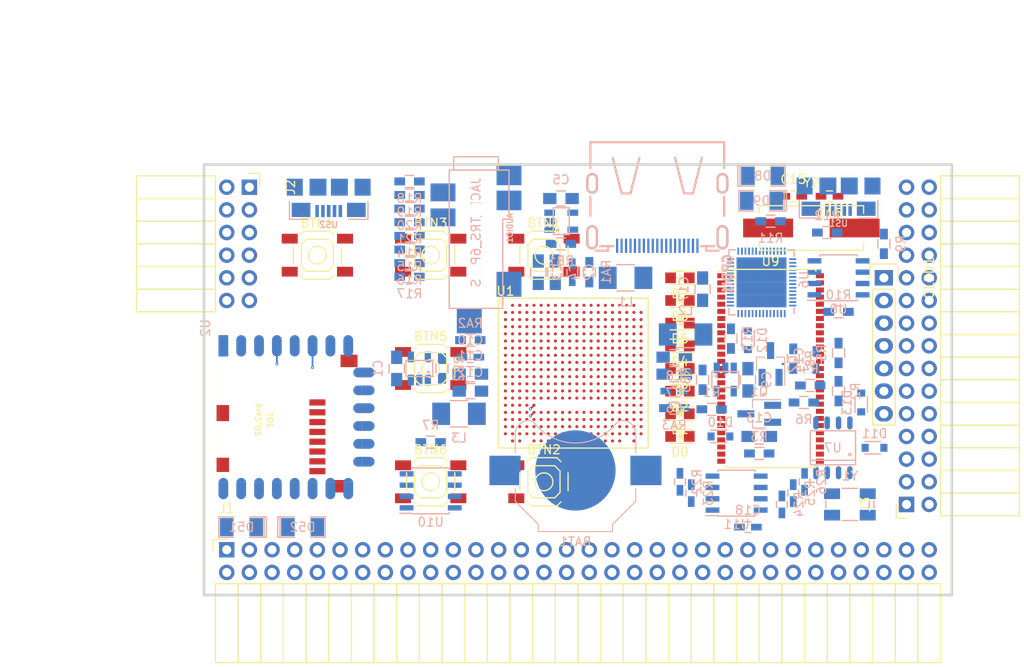
<source format=kicad_pcb>
(kicad_pcb (version 4) (host pcbnew 4.0.5+dfsg1-4)
  (layers (0 F.Cu signal) (1 In1.Cu signal) (2 In2.Cu signal) (31 B.Cu signal) (34 B.Paste user) (35 F.Paste user) (36 B.SilkS user) (37 F.SilkS user) (38 B.Mask user) (39 F.Mask user) (44 Edge.Cuts user))
  (net 0 "")
  (net 1 GND)
  (net 2 +5V)
  (net 3 /gpio/IN5V)
  (net 4 /gpio/OUT5V)
  (net 5 /gpio/P5)
  (net 6 /gpio/P6)
  (net 7 /gpio/P7)
  (net 8 /gpio/P8)
  (net 9 /gpio/P11)
  (net 10 /gpio/P12)
  (net 11 /gpio/P13)
  (net 12 /gpio/P14)
  (net 13 /gpio/P17)
  (net 14 /gpio/P18)
  (net 15 /gpio/P19)
  (net 16 /gpio/P20)
  (net 17 /gpio/P21)
  (net 18 /gpio/P22)
  (net 19 /gpio/P23)
  (net 20 /gpio/P24)
  (net 21 /gpio/P25)
  (net 22 /gpio/P26)
  (net 23 /gpio/P27)
  (net 24 /gpio/P28)
  (net 25 /gpio/P29)
  (net 26 /gpio/P30)
  (net 27 /gpio/P9)
  (net 28 /gpio/P10)
  (net 29 /gpio/P15)
  (net 30 /gpio/P16)
  (net 31 /gpio/P31)
  (net 32 /gpio/P32)
  (net 33 /gpio/P33)
  (net 34 /gpio/P34)
  (net 35 /gpio/P35)
  (net 36 /gpio/P36)
  (net 37 /gpio/P37)
  (net 38 /gpio/P38)
  (net 39 /gpio/P39)
  (net 40 /gpio/P40)
  (net 41 /gpio/P41)
  (net 42 /gpio/P42)
  (net 43 /gpio/P43)
  (net 44 /gpio/P44)
  (net 45 /gpio/P45)
  (net 46 /gpio/P46)
  (net 47 /gpio/P47)
  (net 48 /gpio/P48)
  (net 49 /gpio/P49)
  (net 50 /gpio/P50)
  (net 51 /gpio/P51)
  (net 52 /gpio/P52)
  (net 53 /gpio/P53)
  (net 54 /gpio/P54)
  (net 55 /gpio/P55)
  (net 56 /gpio/P56)
  (net 57 /gpio/P57)
  (net 58 /gpio/P58)
  (net 59 /gpio/P59)
  (net 60 /gpio/P60)
  (net 61 +3V3)
  (net 62 "Net-(L1-Pad1)")
  (net 63 "Net-(L2-Pad1)")
  (net 64 +1V2)
  (net 65 BTN_D)
  (net 66 BTN_F1)
  (net 67 BTN_F2)
  (net 68 BTN_L)
  (net 69 BTN_R)
  (net 70 BTN_U)
  (net 71 /power/FB1)
  (net 72 +2V5)
  (net 73 "Net-(L3-Pad1)")
  (net 74 /power/PWREN)
  (net 75 /power/FB3)
  (net 76 /power/FB2)
  (net 77 /usb/USB5V)
  (net 78 "Net-(D9-Pad1)")
  (net 79 /power/VBAT)
  (net 80 SD_3)
  (net 81 SD_MTMS)
  (net 82 SD_MTCK)
  (net 83 SD_MTDO)
  (net 84 SD_MTDI)
  (net 85 JTAG_TDI)
  (net 86 JTAG_TCK)
  (net 87 JTAG_TMS)
  (net 88 JTAG_TDO)
  (net 89 /power/WAKEUPn)
  (net 90 /power/WKUP)
  (net 91 /power/SHUT)
  (net 92 /power/WAKE)
  (net 93 /power/HOLD)
  (net 94 /power/WKn)
  (net 95 /power/OSCI_32k)
  (net 96 /power/OSCO_32k)
  (net 97 /usb/OSCI_12M)
  (net 98 +1V8)
  (net 99 FTDI_nSUSPEND)
  (net 100 USB_FTDI_DM)
  (net 101 USB_FTDI_DP)
  (net 102 /usb/OSCO_12M)
  (net 103 "Net-(Q2-Pad3)")
  (net 104 /usb/EECLK)
  (net 105 /usb/EECS)
  (net 106 "Net-(R11-Pad2)")
  (net 107 /usb/EEDATA)
  (net 108 SHUTDOWN)
  (net 109 /analog/AUDIO_L)
  (net 110 /analog/AUDIO_R)
  (net 111 GPDI_5V_SCL)
  (net 112 GPDI_5V_SDA)
  (net 113 GPDI_SDA)
  (net 114 GPDI_SCL)
  (net 115 /gpdi/VREF2)
  (net 116 /blinkey/BTNPU)
  (net 117 /gpio/PMODA1)
  (net 118 /gpio/PMODA2)
  (net 119 /gpio/PMODA3)
  (net 120 /gpio/PMODA4)
  (net 121 /gpio/PMODA5)
  (net 122 /gpio/PMODA6)
  (net 123 /gpio/PMODA7)
  (net 124 /gpio/PMODA8)
  (net 125 /gpio/PMODB1)
  (net 126 /gpio/PMODB2)
  (net 127 /gpio/PMODB3)
  (net 128 /gpio/PMODB4)
  (net 129 /gpio/PMODB5)
  (net 130 /gpio/PMODB6)
  (net 131 /gpio/PMODB7)
  (net 132 /gpio/PMODB8)
  (net 133 /gpio/MP1)
  (net 134 /gpio/MP2)
  (net 135 /gpio/MP3)
  (net 136 /gpio/MP4)
  (net 137 /gpio/MP5)
  (net 138 /gpio/MP6)
  (net 139 /gpio/PMODC1)
  (net 140 /gpio/PMODC2)
  (net 141 /gpio/PMODC3)
  (net 142 /gpio/PMODC4)
  (net 143 /gpio/PMODC5)
  (net 144 /gpio/PMODC6)
  (net 145 /gpio/PMODC7)
  (net 146 /gpio/PMODC8)
  (module Keystone_3000_1x12mm-CoinCell:Keystone_3000_1x12mm-CoinCell (layer B.Cu) (at 135.73 95.71)
    (fp_text reference BAT1 (at 0 8) (layer B.SilkS) (effects (justify mirror)))
    (fp_text value CR1225)
    (pad 1 smd rect (at -7.9 0) (size 3.5 3.3) (layers B.Cu B.Paste B.Mask) (net 79 /power/VBAT))
    (pad 1 smd rect (at 7.9 0) (size 3.5 3.3) (layers B.Cu B.Paste B.Mask) (net 79 /power/VBAT))
    (pad 2 smd circle (at 0 0) (size 9 9) (layers B.Cu B.Mask) (net 1 GND))
  )
  (module SMD_Packages:SMD-1206_Pol (layer B.Cu) (at 105.149 102.06)
    (fp_text reference D52 (at 0 0) (layer B.SilkS) (effects (justify mirror)))
    (fp_text value 2A)
    (pad 1 smd rect (at -1.651 0) (size 1.524 2.032) (layers B.Cu B.Paste B.Mask) (net 4 /gpio/OUT5V))
    (pad 2 smd rect (at 1.651 0) (size 1.524 2.032) (layers B.Cu B.Paste B.Mask))
  )
  (module SMD_Packages:SMD-1206_Pol (layer B.Cu) (at 98.291 102.06 180)
    (fp_text reference D51 (at 0 0 180) (layer B.SilkS) (effects (justify mirror)))
    (fp_text value 2A)
    (pad 1 smd rect (at -1.651 0 180) (size 1.524 2.032) (layers B.Cu B.Paste B.Mask) (net 2 +5V))
    (pad 2 smd rect (at 1.651 0 180) (size 1.524 2.032) (layers B.Cu B.Paste B.Mask) (net 3 /gpio/IN5V))
  )
  (module micro-sd:MicroSD_TF02D (layer F.Cu) (at 95.8 90.03 90)
    (fp_text reference SD1 (at 0 5.7 90) (layer F.SilkS) (effects (font (size 0.59944 0.59944) (thickness 0.12446))))
    (fp_text value SD_Card (at 0 4.35 90) (layer F.SilkS) (effects (font (size 0.59944 0.59944) (thickness 0.12446))))
    (pad 1 smd rect (at 1.94 11 90) (size 0.7 1.8) (layers F.Cu F.Paste F.Mask) (net 80 SD_3))
    (pad 2 smd rect (at 0.84 11 90) (size 0.7 1.8) (layers F.Cu F.Paste F.Mask) (net 81 SD_MTMS))
    (pad 3 smd rect (at -0.26 11 90) (size 0.7 1.8) (layers F.Cu F.Paste F.Mask) (net 1 GND))
    (pad 4 smd rect (at -1.36 11 90) (size 0.7 1.8) (layers F.Cu F.Paste F.Mask) (net 61 +3V3))
    (pad 5 smd rect (at -2.46 11 90) (size 0.7 1.8) (layers F.Cu F.Paste F.Mask) (net 82 SD_MTCK))
    (pad 6 smd rect (at -3.56 11 90) (size 0.7 1.8) (layers F.Cu F.Paste F.Mask) (net 1 GND))
    (pad 7 smd rect (at -4.66 11 90) (size 0.7 1.8) (layers F.Cu F.Paste F.Mask) (net 83 SD_MTDO))
    (pad 8 smd rect (at -5.76 11 90) (size 0.7 1.8) (layers F.Cu F.Paste F.Mask) (net 84 SD_MTDI))
    (pad S smd rect (at -5.05 0.4 90) (size 1.6 1.4) (layers F.Cu F.Paste F.Mask))
    (pad S smd rect (at 0.75 0.4 90) (size 1.8 1.4) (layers F.Cu F.Paste F.Mask))
    (pad G smd rect (at -7.45 13.55 90) (size 1.4 1.9) (layers F.Cu F.Paste F.Mask))
    (pad G smd rect (at 6.6 14.55 90) (size 1.4 1.9) (layers F.Cu F.Paste F.Mask))
  )
  (module Socket_Strips:Socket_Strip_Angled_2x32 (layer F.Cu) (at 96.64 104.6)
    (fp_text reference J1 (at 0 -4.6) (layer F.SilkS))
    (fp_text value CONN_02X32)
    (pad 1 thru_hole rect (at 0 0) (size 1.7272 1.7272) (drill 1.016) (layers *.Cu *.Mask) (net 3 /gpio/IN5V))
    (pad 2 thru_hole oval (at 0 2.54) (size 1.7272 1.7272) (drill 1.016) (layers *.Cu *.Mask) (net 4 /gpio/OUT5V))
    (pad 3 thru_hole oval (at 2.54 0) (size 1.7272 1.7272) (drill 1.016) (layers *.Cu *.Mask) (net 1 GND))
    (pad 4 thru_hole oval (at 2.54 2.54) (size 1.7272 1.7272) (drill 1.016) (layers *.Cu *.Mask) (net 1 GND))
    (pad 5 thru_hole oval (at 5.08 0) (size 1.7272 1.7272) (drill 1.016) (layers *.Cu *.Mask) (net 5 /gpio/P5))
    (pad 6 thru_hole oval (at 5.08 2.54) (size 1.7272 1.7272) (drill 1.016) (layers *.Cu *.Mask) (net 6 /gpio/P6))
    (pad 7 thru_hole oval (at 7.62 0) (size 1.7272 1.7272) (drill 1.016) (layers *.Cu *.Mask) (net 7 /gpio/P7))
    (pad 8 thru_hole oval (at 7.62 2.54) (size 1.7272 1.7272) (drill 1.016) (layers *.Cu *.Mask) (net 8 /gpio/P8))
    (pad 9 thru_hole oval (at 10.16 0) (size 1.7272 1.7272) (drill 1.016) (layers *.Cu *.Mask) (net 27 /gpio/P9))
    (pad 10 thru_hole oval (at 10.16 2.54) (size 1.7272 1.7272) (drill 1.016) (layers *.Cu *.Mask) (net 28 /gpio/P10))
    (pad 11 thru_hole oval (at 12.7 0) (size 1.7272 1.7272) (drill 1.016) (layers *.Cu *.Mask) (net 9 /gpio/P11))
    (pad 12 thru_hole oval (at 12.7 2.54) (size 1.7272 1.7272) (drill 1.016) (layers *.Cu *.Mask) (net 10 /gpio/P12))
    (pad 13 thru_hole oval (at 15.24 0) (size 1.7272 1.7272) (drill 1.016) (layers *.Cu *.Mask) (net 11 /gpio/P13))
    (pad 14 thru_hole oval (at 15.24 2.54) (size 1.7272 1.7272) (drill 1.016) (layers *.Cu *.Mask) (net 12 /gpio/P14))
    (pad 15 thru_hole oval (at 17.78 0) (size 1.7272 1.7272) (drill 1.016) (layers *.Cu *.Mask) (net 29 /gpio/P15))
    (pad 16 thru_hole oval (at 17.78 2.54) (size 1.7272 1.7272) (drill 1.016) (layers *.Cu *.Mask) (net 30 /gpio/P16))
    (pad 17 thru_hole oval (at 20.32 0) (size 1.7272 1.7272) (drill 1.016) (layers *.Cu *.Mask) (net 13 /gpio/P17))
    (pad 18 thru_hole oval (at 20.32 2.54) (size 1.7272 1.7272) (drill 1.016) (layers *.Cu *.Mask) (net 14 /gpio/P18))
    (pad 19 thru_hole oval (at 22.86 0) (size 1.7272 1.7272) (drill 1.016) (layers *.Cu *.Mask) (net 15 /gpio/P19))
    (pad 20 thru_hole oval (at 22.86 2.54) (size 1.7272 1.7272) (drill 1.016) (layers *.Cu *.Mask) (net 16 /gpio/P20))
    (pad 21 thru_hole oval (at 25.4 0) (size 1.7272 1.7272) (drill 1.016) (layers *.Cu *.Mask) (net 17 /gpio/P21))
    (pad 22 thru_hole oval (at 25.4 2.54) (size 1.7272 1.7272) (drill 1.016) (layers *.Cu *.Mask) (net 18 /gpio/P22))
    (pad 23 thru_hole oval (at 27.94 0) (size 1.7272 1.7272) (drill 1.016) (layers *.Cu *.Mask) (net 19 /gpio/P23))
    (pad 24 thru_hole oval (at 27.94 2.54) (size 1.7272 1.7272) (drill 1.016) (layers *.Cu *.Mask) (net 20 /gpio/P24))
    (pad 25 thru_hole oval (at 30.48 0) (size 1.7272 1.7272) (drill 1.016) (layers *.Cu *.Mask) (net 21 /gpio/P25))
    (pad 26 thru_hole oval (at 30.48 2.54) (size 1.7272 1.7272) (drill 1.016) (layers *.Cu *.Mask) (net 22 /gpio/P26))
    (pad 27 thru_hole oval (at 33.02 0) (size 1.7272 1.7272) (drill 1.016) (layers *.Cu *.Mask) (net 23 /gpio/P27))
    (pad 28 thru_hole oval (at 33.02 2.54) (size 1.7272 1.7272) (drill 1.016) (layers *.Cu *.Mask) (net 24 /gpio/P28))
    (pad 29 thru_hole oval (at 35.56 0) (size 1.7272 1.7272) (drill 1.016) (layers *.Cu *.Mask) (net 25 /gpio/P29))
    (pad 30 thru_hole oval (at 35.56 2.54) (size 1.7272 1.7272) (drill 1.016) (layers *.Cu *.Mask) (net 26 /gpio/P30))
    (pad 31 thru_hole oval (at 38.1 0) (size 1.7272 1.7272) (drill 1.016) (layers *.Cu *.Mask) (net 31 /gpio/P31))
    (pad 32 thru_hole oval (at 38.1 2.54) (size 1.7272 1.7272) (drill 1.016) (layers *.Cu *.Mask) (net 32 /gpio/P32))
    (pad 33 thru_hole oval (at 40.64 0) (size 1.7272 1.7272) (drill 1.016) (layers *.Cu *.Mask) (net 33 /gpio/P33))
    (pad 34 thru_hole oval (at 40.64 2.54) (size 1.7272 1.7272) (drill 1.016) (layers *.Cu *.Mask) (net 34 /gpio/P34))
    (pad 35 thru_hole oval (at 43.18 0) (size 1.7272 1.7272) (drill 1.016) (layers *.Cu *.Mask) (net 35 /gpio/P35))
    (pad 36 thru_hole oval (at 43.18 2.54) (size 1.7272 1.7272) (drill 1.016) (layers *.Cu *.Mask) (net 36 /gpio/P36))
    (pad 37 thru_hole oval (at 45.72 0) (size 1.7272 1.7272) (drill 1.016) (layers *.Cu *.Mask) (net 37 /gpio/P37))
    (pad 38 thru_hole oval (at 45.72 2.54) (size 1.7272 1.7272) (drill 1.016) (layers *.Cu *.Mask) (net 38 /gpio/P38))
    (pad 39 thru_hole oval (at 48.26 0) (size 1.7272 1.7272) (drill 1.016) (layers *.Cu *.Mask) (net 39 /gpio/P39))
    (pad 40 thru_hole oval (at 48.26 2.54) (size 1.7272 1.7272) (drill 1.016) (layers *.Cu *.Mask) (net 40 /gpio/P40))
    (pad 41 thru_hole oval (at 50.8 0) (size 1.7272 1.7272) (drill 1.016) (layers *.Cu *.Mask) (net 41 /gpio/P41))
    (pad 42 thru_hole oval (at 50.8 2.54) (size 1.7272 1.7272) (drill 1.016) (layers *.Cu *.Mask) (net 42 /gpio/P42))
    (pad 43 thru_hole oval (at 53.34 0) (size 1.7272 1.7272) (drill 1.016) (layers *.Cu *.Mask) (net 43 /gpio/P43))
    (pad 44 thru_hole oval (at 53.34 2.54) (size 1.7272 1.7272) (drill 1.016) (layers *.Cu *.Mask) (net 44 /gpio/P44))
    (pad 45 thru_hole oval (at 55.88 0) (size 1.7272 1.7272) (drill 1.016) (layers *.Cu *.Mask) (net 45 /gpio/P45))
    (pad 46 thru_hole oval (at 55.88 2.54) (size 1.7272 1.7272) (drill 1.016) (layers *.Cu *.Mask) (net 46 /gpio/P46))
    (pad 47 thru_hole oval (at 58.42 0) (size 1.7272 1.7272) (drill 1.016) (layers *.Cu *.Mask) (net 47 /gpio/P47))
    (pad 48 thru_hole oval (at 58.42 2.54) (size 1.7272 1.7272) (drill 1.016) (layers *.Cu *.Mask) (net 48 /gpio/P48))
    (pad 49 thru_hole oval (at 60.96 0) (size 1.7272 1.7272) (drill 1.016) (layers *.Cu *.Mask) (net 49 /gpio/P49))
    (pad 50 thru_hole oval (at 60.96 2.54) (size 1.7272 1.7272) (drill 1.016) (layers *.Cu *.Mask) (net 50 /gpio/P50))
    (pad 51 thru_hole oval (at 63.5 0) (size 1.7272 1.7272) (drill 1.016) (layers *.Cu *.Mask) (net 51 /gpio/P51))
    (pad 52 thru_hole oval (at 63.5 2.54) (size 1.7272 1.7272) (drill 1.016) (layers *.Cu *.Mask) (net 52 /gpio/P52))
    (pad 53 thru_hole oval (at 66.04 0) (size 1.7272 1.7272) (drill 1.016) (layers *.Cu *.Mask) (net 53 /gpio/P53))
    (pad 54 thru_hole oval (at 66.04 2.54) (size 1.7272 1.7272) (drill 1.016) (layers *.Cu *.Mask) (net 54 /gpio/P54))
    (pad 55 thru_hole oval (at 68.58 0) (size 1.7272 1.7272) (drill 1.016) (layers *.Cu *.Mask) (net 55 /gpio/P55))
    (pad 56 thru_hole oval (at 68.58 2.54) (size 1.7272 1.7272) (drill 1.016) (layers *.Cu *.Mask) (net 56 /gpio/P56))
    (pad 57 thru_hole oval (at 71.12 0) (size 1.7272 1.7272) (drill 1.016) (layers *.Cu *.Mask) (net 57 /gpio/P57))
    (pad 58 thru_hole oval (at 71.12 2.54) (size 1.7272 1.7272) (drill 1.016) (layers *.Cu *.Mask) (net 58 /gpio/P58))
    (pad 59 thru_hole oval (at 73.66 0) (size 1.7272 1.7272) (drill 1.016) (layers *.Cu *.Mask) (net 59 /gpio/P59))
    (pad 60 thru_hole oval (at 73.66 2.54) (size 1.7272 1.7272) (drill 1.016) (layers *.Cu *.Mask) (net 60 /gpio/P60))
    (pad 61 thru_hole oval (at 76.2 0) (size 1.7272 1.7272) (drill 1.016) (layers *.Cu *.Mask) (net 1 GND))
    (pad 62 thru_hole oval (at 76.2 2.54) (size 1.7272 1.7272) (drill 1.016) (layers *.Cu *.Mask) (net 1 GND))
    (pad 63 thru_hole oval (at 78.74 0) (size 1.7272 1.7272) (drill 1.016) (layers *.Cu *.Mask) (net 61 +3V3))
    (pad 64 thru_hole oval (at 78.74 2.54) (size 1.7272 1.7272) (drill 1.016) (layers *.Cu *.Mask) (net 61 +3V3))
  )
  (module Socket_Strips:Socket_Strip_Angled_2x15 (layer F.Cu) (at 172.84 99.52 90)
    (fp_text reference J3 (at 0 -4.6 90) (layer F.SilkS))
    (fp_text value CONN_02X15)
    (pad 1 thru_hole rect (at 0 0 90) (size 1.7272 1.7272) (drill 1.016) (layers *.Cu *.Mask) (net 61 +3V3))
    (pad 2 thru_hole oval (at 0 2.54 90) (size 1.7272 1.7272) (drill 1.016) (layers *.Cu *.Mask) (net 61 +3V3))
    (pad 3 thru_hole oval (at 2.54 0 90) (size 1.7272 1.7272) (drill 1.016) (layers *.Cu *.Mask) (net 1 GND))
    (pad 4 thru_hole oval (at 2.54 2.54 90) (size 1.7272 1.7272) (drill 1.016) (layers *.Cu *.Mask) (net 1 GND))
    (pad 5 thru_hole oval (at 5.08 0 90) (size 1.7272 1.7272) (drill 1.016) (layers *.Cu *.Mask) (net 125 /gpio/PMODB1))
    (pad 6 thru_hole oval (at 5.08 2.54 90) (size 1.7272 1.7272) (drill 1.016) (layers *.Cu *.Mask) (net 126 /gpio/PMODB2))
    (pad 7 thru_hole oval (at 7.62 0 90) (size 1.7272 1.7272) (drill 1.016) (layers *.Cu *.Mask) (net 127 /gpio/PMODB3))
    (pad 8 thru_hole oval (at 7.62 2.54 90) (size 1.7272 1.7272) (drill 1.016) (layers *.Cu *.Mask) (net 128 /gpio/PMODB4))
    (pad 9 thru_hole oval (at 10.16 0 90) (size 1.7272 1.7272) (drill 1.016) (layers *.Cu *.Mask) (net 129 /gpio/PMODB5))
    (pad 10 thru_hole oval (at 10.16 2.54 90) (size 1.7272 1.7272) (drill 1.016) (layers *.Cu *.Mask) (net 130 /gpio/PMODB6))
    (pad 11 thru_hole oval (at 12.7 0 90) (size 1.7272 1.7272) (drill 1.016) (layers *.Cu *.Mask) (net 131 /gpio/PMODB7))
    (pad 12 thru_hole oval (at 12.7 2.54 90) (size 1.7272 1.7272) (drill 1.016) (layers *.Cu *.Mask) (net 132 /gpio/PMODB8))
    (pad 13 thru_hole oval (at 15.24 0 90) (size 1.7272 1.7272) (drill 1.016) (layers *.Cu *.Mask) (net 133 /gpio/MP1))
    (pad 14 thru_hole oval (at 15.24 2.54 90) (size 1.7272 1.7272) (drill 1.016) (layers *.Cu *.Mask) (net 134 /gpio/MP2))
    (pad 15 thru_hole oval (at 17.78 0 90) (size 1.7272 1.7272) (drill 1.016) (layers *.Cu *.Mask) (net 135 /gpio/MP3))
    (pad 16 thru_hole oval (at 17.78 2.54 90) (size 1.7272 1.7272) (drill 1.016) (layers *.Cu *.Mask) (net 136 /gpio/MP4))
    (pad 17 thru_hole oval (at 20.32 0 90) (size 1.7272 1.7272) (drill 1.016) (layers *.Cu *.Mask) (net 137 /gpio/MP5))
    (pad 18 thru_hole oval (at 20.32 2.54 90) (size 1.7272 1.7272) (drill 1.016) (layers *.Cu *.Mask) (net 138 /gpio/MP6))
    (pad 19 thru_hole oval (at 22.86 0 90) (size 1.7272 1.7272) (drill 1.016) (layers *.Cu *.Mask) (net 61 +3V3))
    (pad 20 thru_hole oval (at 22.86 2.54 90) (size 1.7272 1.7272) (drill 1.016) (layers *.Cu *.Mask) (net 61 +3V3))
    (pad 21 thru_hole oval (at 25.4 0 90) (size 1.7272 1.7272) (drill 1.016) (layers *.Cu *.Mask) (net 1 GND))
    (pad 22 thru_hole oval (at 25.4 2.54 90) (size 1.7272 1.7272) (drill 1.016) (layers *.Cu *.Mask) (net 1 GND))
    (pad 23 thru_hole oval (at 27.94 0 90) (size 1.7272 1.7272) (drill 1.016) (layers *.Cu *.Mask) (net 139 /gpio/PMODC1))
    (pad 24 thru_hole oval (at 27.94 2.54 90) (size 1.7272 1.7272) (drill 1.016) (layers *.Cu *.Mask) (net 140 /gpio/PMODC2))
    (pad 25 thru_hole oval (at 30.48 0 90) (size 1.7272 1.7272) (drill 1.016) (layers *.Cu *.Mask) (net 141 /gpio/PMODC3))
    (pad 26 thru_hole oval (at 30.48 2.54 90) (size 1.7272 1.7272) (drill 1.016) (layers *.Cu *.Mask) (net 142 /gpio/PMODC4))
    (pad 27 thru_hole oval (at 33.02 0 90) (size 1.7272 1.7272) (drill 1.016) (layers *.Cu *.Mask) (net 143 /gpio/PMODC5))
    (pad 28 thru_hole oval (at 33.02 2.54 90) (size 1.7272 1.7272) (drill 1.016) (layers *.Cu *.Mask) (net 144 /gpio/PMODC6))
    (pad 29 thru_hole oval (at 35.56 0 90) (size 1.7272 1.7272) (drill 1.016) (layers *.Cu *.Mask) (net 145 /gpio/PMODC7))
    (pad 30 thru_hole oval (at 35.56 2.54 90) (size 1.7272 1.7272) (drill 1.016) (layers *.Cu *.Mask) (net 146 /gpio/PMODC8))
  )
  (module Socket_Strips:Socket_Strip_Angled_2x06 (layer F.Cu) (at 99.18 63.96 270)
    (fp_text reference J2 (at 0 -4.6 270) (layer F.SilkS))
    (fp_text value CONN_02X06)
    (pad 1 thru_hole rect (at 0 0 270) (size 1.7272 1.7272) (drill 1.016) (layers *.Cu *.Mask) (net 61 +3V3))
    (pad 2 thru_hole oval (at 0 2.54 270) (size 1.7272 1.7272) (drill 1.016) (layers *.Cu *.Mask) (net 61 +3V3))
    (pad 3 thru_hole oval (at 2.54 0 270) (size 1.7272 1.7272) (drill 1.016) (layers *.Cu *.Mask) (net 1 GND))
    (pad 4 thru_hole oval (at 2.54 2.54 270) (size 1.7272 1.7272) (drill 1.016) (layers *.Cu *.Mask) (net 1 GND))
    (pad 5 thru_hole oval (at 5.08 0 270) (size 1.7272 1.7272) (drill 1.016) (layers *.Cu *.Mask) (net 117 /gpio/PMODA1))
    (pad 6 thru_hole oval (at 5.08 2.54 270) (size 1.7272 1.7272) (drill 1.016) (layers *.Cu *.Mask) (net 118 /gpio/PMODA2))
    (pad 7 thru_hole oval (at 7.62 0 270) (size 1.7272 1.7272) (drill 1.016) (layers *.Cu *.Mask) (net 119 /gpio/PMODA3))
    (pad 8 thru_hole oval (at 7.62 2.54 270) (size 1.7272 1.7272) (drill 1.016) (layers *.Cu *.Mask) (net 120 /gpio/PMODA4))
    (pad 9 thru_hole oval (at 10.16 0 270) (size 1.7272 1.7272) (drill 1.016) (layers *.Cu *.Mask) (net 121 /gpio/PMODA5))
    (pad 10 thru_hole oval (at 10.16 2.54 270) (size 1.7272 1.7272) (drill 1.016) (layers *.Cu *.Mask) (net 122 /gpio/PMODA6))
    (pad 11 thru_hole oval (at 12.7 0 270) (size 1.7272 1.7272) (drill 1.016) (layers *.Cu *.Mask) (net 123 /gpio/PMODA7))
    (pad 12 thru_hole oval (at 12.7 2.54 270) (size 1.7272 1.7272) (drill 1.016) (layers *.Cu *.Mask) (net 124 /gpio/PMODA8))
  )
  (module Resistors_SMD:R_1210_HandSoldering (layer B.Cu) (at 141.344 74.12)
    (fp_text reference L1 (at 0 2.7) (layer B.SilkS) (effects (justify mirror)))
    (fp_text value 2.2uH)
    (pad 1 smd rect (at -2 0) (size 2 2.5) (layers B.Cu B.Paste B.Mask) (net 62 "Net-(L1-Pad1)"))
    (pad 2 smd rect (at 2 0) (size 2 2.5) (layers B.Cu B.Paste B.Mask) (net 64 +1V2))
  )
  (module TSOT-25:TSOT-25 (layer B.Cu) (at 134.135 67.77 90)
    (fp_text reference U3 (at 0 -0.5 90) (layer B.SilkS) (effects (font (size 0.15 0.15) (thickness 0.0375)) (justify mirror)))
    (fp_text value AP3429A)
    (pad 1 smd rect (at -0.95 -1.3 90) (size 0.7 1.2) (layers B.Cu B.Paste B.Mask) (net 74 /power/PWREN))
    (pad 2 smd rect (at 0 -1.3 90) (size 0.7 1.2) (layers B.Cu B.Paste B.Mask) (net 1 GND))
    (pad 3 smd rect (at 0.95 -1.3 90) (size 0.7 1.2) (layers B.Cu B.Paste B.Mask) (net 62 "Net-(L1-Pad1)"))
    (pad 4 smd rect (at 0.95 1.3 90) (size 0.7 1.2) (layers B.Cu B.Paste B.Mask) (net 2 +5V))
    (pad 5 smd rect (at -0.95 1.3 90) (size 0.7 1.2) (layers B.Cu B.Paste B.Mask) (net 71 /power/FB1))
  )
  (module Resistors_SMD:R_1210_HandSoldering (layer B.Cu) (at 148.075 80.47 180)
    (fp_text reference L2 (at 0 2.7 180) (layer B.SilkS) (effects (justify mirror)))
    (fp_text value 2.2uH)
    (pad 1 smd rect (at -2 0 180) (size 2 2.5) (layers B.Cu B.Paste B.Mask) (net 63 "Net-(L2-Pad1)"))
    (pad 2 smd rect (at 2 0 180) (size 2 2.5) (layers B.Cu B.Paste B.Mask) (net 61 +3V3))
  )
  (module TSOT-25:TSOT-25 (layer B.Cu) (at 152.52 85.52)
    (fp_text reference U4 (at 0 -0.5) (layer B.SilkS) (effects (font (size 0.15 0.15) (thickness 0.0375)) (justify mirror)))
    (fp_text value AP3429A)
    (pad 1 smd rect (at -0.95 -1.3) (size 0.7 1.2) (layers B.Cu B.Paste B.Mask) (net 74 /power/PWREN))
    (pad 2 smd rect (at 0 -1.3) (size 0.7 1.2) (layers B.Cu B.Paste B.Mask) (net 1 GND))
    (pad 3 smd rect (at 0.95 -1.3) (size 0.7 1.2) (layers B.Cu B.Paste B.Mask) (net 63 "Net-(L2-Pad1)"))
    (pad 4 smd rect (at 0.95 1.3) (size 0.7 1.2) (layers B.Cu B.Paste B.Mask) (net 2 +5V))
    (pad 5 smd rect (at -0.95 1.3) (size 0.7 1.2) (layers B.Cu B.Paste B.Mask) (net 75 /power/FB3))
  )
  (module Buttons_Switches_SMD:SW_SPST_SKQG (layer F.Cu) (at 132.2 71.58)
    (fp_text reference BTN1 (at 0 -3.6) (layer F.SilkS))
    (fp_text value FIRE1)
    (pad 1 smd rect (at -3.1 -1.85) (size 1.8 1.1) (layers F.Cu F.Paste F.Mask) (net 116 /blinkey/BTNPU))
    (pad 1 smd rect (at 3.1 -1.85) (size 1.8 1.1) (layers F.Cu F.Paste F.Mask) (net 116 /blinkey/BTNPU))
    (pad 2 smd rect (at -3.1 1.85) (size 1.8 1.1) (layers F.Cu F.Paste F.Mask) (net 66 BTN_F1))
    (pad 2 smd rect (at 3.1 1.85) (size 1.8 1.1) (layers F.Cu F.Paste F.Mask) (net 66 BTN_F1))
  )
  (module Buttons_Switches_SMD:SW_SPST_SKQG (layer F.Cu) (at 132.2 96.98)
    (fp_text reference BTN2 (at 0 -3.6) (layer F.SilkS))
    (fp_text value FIRE2)
    (pad 1 smd rect (at -3.1 -1.85) (size 1.8 1.1) (layers F.Cu F.Paste F.Mask) (net 116 /blinkey/BTNPU))
    (pad 1 smd rect (at 3.1 -1.85) (size 1.8 1.1) (layers F.Cu F.Paste F.Mask) (net 116 /blinkey/BTNPU))
    (pad 2 smd rect (at -3.1 1.85) (size 1.8 1.1) (layers F.Cu F.Paste F.Mask) (net 67 BTN_F2))
    (pad 2 smd rect (at 3.1 1.85) (size 1.8 1.1) (layers F.Cu F.Paste F.Mask) (net 67 BTN_F2))
  )
  (module Buttons_Switches_SMD:SW_SPST_SKQG (layer F.Cu) (at 119.5 71.58)
    (fp_text reference BTN3 (at 0 -3.6) (layer F.SilkS))
    (fp_text value UP)
    (pad 1 smd rect (at -3.1 -1.85) (size 1.8 1.1) (layers F.Cu F.Paste F.Mask) (net 116 /blinkey/BTNPU))
    (pad 1 smd rect (at 3.1 -1.85) (size 1.8 1.1) (layers F.Cu F.Paste F.Mask) (net 116 /blinkey/BTNPU))
    (pad 2 smd rect (at -3.1 1.85) (size 1.8 1.1) (layers F.Cu F.Paste F.Mask) (net 70 BTN_U))
    (pad 2 smd rect (at 3.1 1.85) (size 1.8 1.1) (layers F.Cu F.Paste F.Mask) (net 70 BTN_U))
  )
  (module Buttons_Switches_SMD:SW_SPST_SKQG (layer F.Cu) (at 106.8 71.58)
    (fp_text reference BTN4 (at 0 -3.6) (layer F.SilkS))
    (fp_text value DOWN)
    (pad 1 smd rect (at -3.1 -1.85) (size 1.8 1.1) (layers F.Cu F.Paste F.Mask) (net 116 /blinkey/BTNPU))
    (pad 1 smd rect (at 3.1 -1.85) (size 1.8 1.1) (layers F.Cu F.Paste F.Mask) (net 116 /blinkey/BTNPU))
    (pad 2 smd rect (at -3.1 1.85) (size 1.8 1.1) (layers F.Cu F.Paste F.Mask) (net 65 BTN_D))
    (pad 2 smd rect (at 3.1 1.85) (size 1.8 1.1) (layers F.Cu F.Paste F.Mask) (net 65 BTN_D))
  )
  (module Buttons_Switches_SMD:SW_SPST_SKQG (layer F.Cu) (at 119.5 84.28)
    (fp_text reference BTN5 (at 0 -3.6) (layer F.SilkS))
    (fp_text value LEFT)
    (pad 1 smd rect (at -3.1 -1.85) (size 1.8 1.1) (layers F.Cu F.Paste F.Mask) (net 116 /blinkey/BTNPU))
    (pad 1 smd rect (at 3.1 -1.85) (size 1.8 1.1) (layers F.Cu F.Paste F.Mask) (net 116 /blinkey/BTNPU))
    (pad 2 smd rect (at -3.1 1.85) (size 1.8 1.1) (layers F.Cu F.Paste F.Mask) (net 68 BTN_L))
    (pad 2 smd rect (at 3.1 1.85) (size 1.8 1.1) (layers F.Cu F.Paste F.Mask) (net 68 BTN_L))
  )
  (module Buttons_Switches_SMD:SW_SPST_SKQG (layer F.Cu) (at 119.5 96.98)
    (fp_text reference BTN6 (at 0 -3.6) (layer F.SilkS))
    (fp_text value RIGHT)
    (pad 1 smd rect (at -3.1 -1.85) (size 1.8 1.1) (layers F.Cu F.Paste F.Mask) (net 116 /blinkey/BTNPU))
    (pad 1 smd rect (at 3.1 -1.85) (size 1.8 1.1) (layers F.Cu F.Paste F.Mask) (net 116 /blinkey/BTNPU))
    (pad 2 smd rect (at -3.1 1.85) (size 1.8 1.1) (layers F.Cu F.Paste F.Mask) (net 69 BTN_R))
    (pad 2 smd rect (at 3.1 1.85) (size 1.8 1.1) (layers F.Cu F.Paste F.Mask) (net 69 BTN_R))
  )
  (module LEDs:LED_0805 (layer F.Cu) (at 147.44 91.9 180)
    (fp_text reference D0 (at 0 -1.75 180) (layer F.SilkS))
    (fp_text value LED)
    (pad 2 smd rect (at 1.04902 0) (size 1.19888 1.19888) (layers F.Cu F.Paste F.Mask))
    (pad 1 smd rect (at -1.04902 0) (size 1.19888 1.19888) (layers F.Cu F.Paste F.Mask) (net 1 GND))
  )
  (module LEDs:LED_0805 (layer F.Cu) (at 147.44 89.36 180)
    (fp_text reference D1 (at 0 -1.75 180) (layer F.SilkS))
    (fp_text value LED)
    (pad 2 smd rect (at 1.04902 0) (size 1.19888 1.19888) (layers F.Cu F.Paste F.Mask))
    (pad 1 smd rect (at -1.04902 0) (size 1.19888 1.19888) (layers F.Cu F.Paste F.Mask) (net 1 GND))
  )
  (module LEDs:LED_0805 (layer F.Cu) (at 147.44 86.82 180)
    (fp_text reference D2 (at 0 -1.75 180) (layer F.SilkS))
    (fp_text value LED)
    (pad 2 smd rect (at 1.04902 0) (size 1.19888 1.19888) (layers F.Cu F.Paste F.Mask))
    (pad 1 smd rect (at -1.04902 0) (size 1.19888 1.19888) (layers F.Cu F.Paste F.Mask) (net 1 GND))
  )
  (module LEDs:LED_0805 (layer F.Cu) (at 147.44 84.28 180)
    (fp_text reference D3 (at 0 -1.75 180) (layer F.SilkS))
    (fp_text value LED)
    (pad 2 smd rect (at 1.04902 0) (size 1.19888 1.19888) (layers F.Cu F.Paste F.Mask))
    (pad 1 smd rect (at -1.04902 0) (size 1.19888 1.19888) (layers F.Cu F.Paste F.Mask) (net 1 GND))
  )
  (module LEDs:LED_0805 (layer F.Cu) (at 147.44 81.74 180)
    (fp_text reference D4 (at 0 -1.75 180) (layer F.SilkS))
    (fp_text value LED)
    (pad 2 smd rect (at 1.04902 0) (size 1.19888 1.19888) (layers F.Cu F.Paste F.Mask))
    (pad 1 smd rect (at -1.04902 0) (size 1.19888 1.19888) (layers F.Cu F.Paste F.Mask) (net 1 GND))
  )
  (module LEDs:LED_0805 (layer F.Cu) (at 147.44 79.2 180)
    (fp_text reference D5 (at 0 -1.75 180) (layer F.SilkS))
    (fp_text value LED)
    (pad 2 smd rect (at 1.04902 0) (size 1.19888 1.19888) (layers F.Cu F.Paste F.Mask))
    (pad 1 smd rect (at -1.04902 0) (size 1.19888 1.19888) (layers F.Cu F.Paste F.Mask) (net 1 GND))
  )
  (module LEDs:LED_0805 (layer F.Cu) (at 147.44 76.66 180)
    (fp_text reference D6 (at 0 -1.75 180) (layer F.SilkS))
    (fp_text value LED)
    (pad 2 smd rect (at 1.04902 0) (size 1.19888 1.19888) (layers F.Cu F.Paste F.Mask))
    (pad 1 smd rect (at -1.04902 0) (size 1.19888 1.19888) (layers F.Cu F.Paste F.Mask) (net 1 GND))
  )
  (module LEDs:LED_0805 (layer F.Cu) (at 147.44 74.12 180)
    (fp_text reference D7 (at 0 -1.75 180) (layer F.SilkS))
    (fp_text value LED)
    (pad 2 smd rect (at 1.04902 0) (size 1.19888 1.19888) (layers F.Cu F.Paste F.Mask))
    (pad 1 smd rect (at -1.04902 0) (size 1.19888 1.19888) (layers F.Cu F.Paste F.Mask) (net 1 GND))
  )
  (module Socket_Strips:Socket_Strip_Straight_1x07 (layer F.Cu) (at 170.3 74.12 270)
    (fp_text reference OLED1 (at 0 -5.1 270) (layer F.SilkS))
    (fp_text value CONN_01X07)
    (pad 1 thru_hole rect (at 0 0 270) (size 1.7272 2.032) (drill 1.016) (layers *.Cu *.Mask) (net 1 GND))
    (pad 2 thru_hole oval (at 2.54 0 270) (size 1.7272 2.032) (drill 1.016) (layers *.Cu *.Mask) (net 61 +3V3))
    (pad 3 thru_hole oval (at 5.08 0 270) (size 1.7272 2.032) (drill 1.016) (layers *.Cu *.Mask))
    (pad 4 thru_hole oval (at 7.62 0 270) (size 1.7272 2.032) (drill 1.016) (layers *.Cu *.Mask))
    (pad 5 thru_hole oval (at 10.16 0 270) (size 1.7272 2.032) (drill 1.016) (layers *.Cu *.Mask))
    (pad 6 thru_hole oval (at 12.7 0 270) (size 1.7272 2.032) (drill 1.016) (layers *.Cu *.Mask))
    (pad 7 thru_hole oval (at 15.24 0 270) (size 1.7272 2.032) (drill 1.016) (layers *.Cu *.Mask))
  )
  (module Resistors_SMD:R_1210_HandSoldering (layer B.Cu) (at 122.675 89.36)
    (fp_text reference L3 (at 0 2.7) (layer B.SilkS) (effects (justify mirror)))
    (fp_text value 2.2uH)
    (pad 1 smd rect (at -2 0) (size 2 2.5) (layers B.Cu B.Paste B.Mask) (net 73 "Net-(L3-Pad1)"))
    (pad 2 smd rect (at 2 0) (size 2 2.5) (layers B.Cu B.Paste B.Mask) (net 72 +2V5))
  )
  (module TSOT-25:TSOT-25 (layer B.Cu) (at 118.23 84.28 180)
    (fp_text reference U5 (at 0 -0.5 180) (layer B.SilkS) (effects (font (size 0.15 0.15) (thickness 0.0375)) (justify mirror)))
    (fp_text value AP3429A)
    (pad 1 smd rect (at -0.95 -1.3 180) (size 0.7 1.2) (layers B.Cu B.Paste B.Mask) (net 74 /power/PWREN))
    (pad 2 smd rect (at 0 -1.3 180) (size 0.7 1.2) (layers B.Cu B.Paste B.Mask) (net 1 GND))
    (pad 3 smd rect (at 0.95 -1.3 180) (size 0.7 1.2) (layers B.Cu B.Paste B.Mask) (net 73 "Net-(L3-Pad1)"))
    (pad 4 smd rect (at 0.95 1.3 180) (size 0.7 1.2) (layers B.Cu B.Paste B.Mask) (net 2 +5V))
    (pad 5 smd rect (at -0.95 1.3 180) (size 0.7 1.2) (layers B.Cu B.Paste B.Mask) (net 76 /power/FB2))
  )
  (module Capacitors_SMD:C_0805_HandSoldering (layer B.Cu) (at 115.69 84.28 270)
    (fp_text reference C1 (at 0 2.1 270) (layer B.SilkS) (effects (justify mirror)))
    (fp_text value 22uF)
    (pad 1 smd rect (at -1.25 0 270) (size 1.5 1.25) (layers B.Cu B.Paste B.Mask) (net 2 +5V))
    (pad 2 smd rect (at 1.25 0 270) (size 1.5 1.25) (layers B.Cu B.Paste B.Mask) (net 1 GND))
  )
  (module Capacitors_SMD:C_0805_HandSoldering (layer B.Cu) (at 131.565 73.485 90)
    (fp_text reference C3 (at 0 2.1 90) (layer B.SilkS) (effects (justify mirror)))
    (fp_text value 22uF)
    (pad 1 smd rect (at -1.25 0 90) (size 1.5 1.25) (layers B.Cu B.Paste B.Mask) (net 64 +1V2))
    (pad 2 smd rect (at 1.25 0 90) (size 1.5 1.25) (layers B.Cu B.Paste B.Mask) (net 1 GND))
  )
  (module Capacitors_SMD:C_0805_HandSoldering (layer B.Cu) (at 133.47 73.485 90)
    (fp_text reference C4 (at 0 2.1 90) (layer B.SilkS) (effects (justify mirror)))
    (fp_text value 22uF)
    (pad 1 smd rect (at -1.25 0 90) (size 1.5 1.25) (layers B.Cu B.Paste B.Mask) (net 64 +1V2))
    (pad 2 smd rect (at 1.25 0 90) (size 1.5 1.25) (layers B.Cu B.Paste B.Mask) (net 1 GND))
  )
  (module Capacitors_SMD:C_0805_HandSoldering (layer B.Cu) (at 134.105 65.23 180)
    (fp_text reference C5 (at 0 2.1 180) (layer B.SilkS) (effects (justify mirror)))
    (fp_text value 22uF)
    (pad 1 smd rect (at -1.25 0 180) (size 1.5 1.25) (layers B.Cu B.Paste B.Mask) (net 2 +5V))
    (pad 2 smd rect (at 1.25 0 180) (size 1.5 1.25) (layers B.Cu B.Paste B.Mask) (net 1 GND))
  )
  (module Capacitors_SMD:C_0805_HandSoldering (layer B.Cu) (at 146.805 84.915)
    (fp_text reference C7 (at 0 2.1) (layer B.SilkS) (effects (justify mirror)))
    (fp_text value 22uF)
    (pad 1 smd rect (at -1.25 0) (size 1.5 1.25) (layers B.Cu B.Paste B.Mask) (net 61 +3V3))
    (pad 2 smd rect (at 1.25 0) (size 1.5 1.25) (layers B.Cu B.Paste B.Mask) (net 1 GND))
  )
  (module Capacitors_SMD:C_0805_HandSoldering (layer B.Cu) (at 146.805 83.01)
    (fp_text reference C8 (at 0 2.1) (layer B.SilkS) (effects (justify mirror)))
    (fp_text value 22uF)
    (pad 1 smd rect (at -1.25 0) (size 1.5 1.25) (layers B.Cu B.Paste B.Mask) (net 61 +3V3))
    (pad 2 smd rect (at 1.25 0) (size 1.5 1.25) (layers B.Cu B.Paste B.Mask) (net 1 GND))
  )
  (module Capacitors_SMD:C_0805_HandSoldering (layer B.Cu) (at 155.06 85.55 90)
    (fp_text reference C9 (at 0 2.1 90) (layer B.SilkS) (effects (justify mirror)))
    (fp_text value 22uF)
    (pad 1 smd rect (at -1.25 0 90) (size 1.5 1.25) (layers B.Cu B.Paste B.Mask) (net 2 +5V))
    (pad 2 smd rect (at 1.25 0 90) (size 1.5 1.25) (layers B.Cu B.Paste B.Mask) (net 1 GND))
  )
  (module Capacitors_SMD:C_0805_HandSoldering (layer B.Cu) (at 123.945 84.915 180)
    (fp_text reference C11 (at 0 2.1 180) (layer B.SilkS) (effects (justify mirror)))
    (fp_text value 22uF)
    (pad 1 smd rect (at -1.25 0 180) (size 1.5 1.25) (layers B.Cu B.Paste B.Mask) (net 72 +2V5))
    (pad 2 smd rect (at 1.25 0 180) (size 1.5 1.25) (layers B.Cu B.Paste B.Mask) (net 1 GND))
  )
  (module Capacitors_SMD:C_0805_HandSoldering (layer B.Cu) (at 123.945 86.82 180)
    (fp_text reference C12 (at 0 2.1 180) (layer B.SilkS) (effects (justify mirror)))
    (fp_text value 22uF)
    (pad 1 smd rect (at -1.25 0 180) (size 1.5 1.25) (layers B.Cu B.Paste B.Mask) (net 72 +2V5))
    (pad 2 smd rect (at 1.25 0 180) (size 1.5 1.25) (layers B.Cu B.Paste B.Mask) (net 1 GND))
  )
  (module SMD_Packages:SMD-1206_Pol (layer B.Cu) (at 156.711 62.69)
    (fp_text reference D8 (at 0 0) (layer B.SilkS) (effects (justify mirror)))
    (fp_text value 2A)
    (pad 1 smd rect (at -1.651 0) (size 1.524 2.032) (layers B.Cu B.Paste B.Mask) (net 2 +5V))
    (pad 2 smd rect (at 1.651 0) (size 1.524 2.032) (layers B.Cu B.Paste B.Mask) (net 77 /usb/USB5V))
  )
  (module SMD_Packages:SMD-1206_Pol (layer B.Cu) (at 156.584 65.484 180)
    (fp_text reference D9 (at 0 0 180) (layer B.SilkS) (effects (justify mirror)))
    (fp_text value 2A)
    (pad 1 smd rect (at -1.651 0 180) (size 1.524 2.032) (layers B.Cu B.Paste B.Mask) (net 78 "Net-(D9-Pad1)"))
    (pad 2 smd rect (at 1.651 0 180) (size 1.524 2.032) (layers B.Cu B.Paste B.Mask) (net 2 +5V))
  )
  (module Power_Integrations:SO-8 (layer B.Cu) (at 164.585 93.17 180)
    (fp_text reference U7 (at 0 0 180) (layer B.SilkS) (effects (justify mirror)))
    (fp_text value PCF8523)
    (pad 1 smd oval (at -1.905 -2.794 180) (size 0.6096 1.4732) (layers B.Cu B.Paste B.Mask) (net 95 /power/OSCI_32k))
    (pad 2 smd oval (at -0.635 -2.794 180) (size 0.6096 1.4732) (layers B.Cu B.Paste B.Mask) (net 96 /power/OSCO_32k))
    (pad 3 smd oval (at 0.635 -2.794 180) (size 0.6096 1.4732) (layers B.Cu B.Paste B.Mask) (net 79 /power/VBAT))
    (pad 4 smd oval (at 1.905 -2.794 180) (size 0.6096 1.4732) (layers B.Cu B.Paste B.Mask) (net 1 GND))
    (pad 5 smd oval (at 1.905 2.794 180) (size 0.6096 1.4732) (layers B.Cu B.Paste B.Mask))
    (pad 6 smd oval (at 0.635 2.794 180) (size 0.6096 1.4732) (layers B.Cu B.Paste B.Mask))
    (pad 7 smd oval (at -0.635 2.794 180) (size 0.6096 1.4732) (layers B.Cu B.Paste B.Mask) (net 89 /power/WAKEUPn))
    (pad 8 smd oval (at -1.905 2.794 180) (size 0.6096 1.4732) (layers B.Cu B.Paste B.Mask) (net 72 +2V5))
  )
  (module ESP8266:ESP-12E (layer B.Cu) (at 96.26 81.74 270)
    (fp_text reference U2 (at -2 2 270) (layer B.SilkS) (effects (justify mirror)))
    (fp_text value ESP-12E)
    (pad 9 smd oval (at 2.99 -15.75 180) (size 2.4 1.1) (layers B.Cu B.Paste B.Mask) (net 83 SD_MTDO))
    (pad 10 smd oval (at 4.99 -15.75 180) (size 2.4 1.1) (layers B.Cu B.Paste B.Mask) (net 84 SD_MTDI))
    (pad 11 smd oval (at 6.99 -15.75 180) (size 2.4 1.1) (layers B.Cu B.Paste B.Mask) (net 80 SD_3))
    (pad 12 smd oval (at 8.99 -15.75 180) (size 2.4 1.1) (layers B.Cu B.Paste B.Mask) (net 81 SD_MTMS))
    (pad 13 smd oval (at 10.99 -15.75 180) (size 2.4 1.1) (layers B.Cu B.Paste B.Mask) (net 82 SD_MTCK))
    (pad 14 smd oval (at 12.99 -15.75 180) (size 2.4 1.1) (layers B.Cu B.Paste B.Mask))
    (pad 1 smd rect (at 0 0 270) (size 2.4 1.1) (layers B.Cu B.Paste B.Mask))
    (pad 2 smd oval (at 0 -2 270) (size 2.4 1.1) (layers B.Cu B.Paste B.Mask))
    (pad 3 smd oval (at 0 -4 270) (size 2.4 1.1) (layers B.Cu B.Paste B.Mask))
    (pad 4 smd oval (at 0 -6 270) (size 2.4 1.1) (layers B.Cu B.Paste B.Mask) (net 85 JTAG_TDI))
    (pad 5 smd oval (at 0 -8 270) (size 2.4 1.1) (layers B.Cu B.Paste B.Mask) (net 88 JTAG_TDO))
    (pad 6 smd oval (at 0 -10 270) (size 2.4 1.1) (layers B.Cu B.Paste B.Mask) (net 86 JTAG_TCK))
    (pad 7 smd oval (at 0 -12 270) (size 2.4 1.1) (layers B.Cu B.Paste B.Mask) (net 87 JTAG_TMS))
    (pad 8 smd oval (at 0 -14 270) (size 2.4 1.1) (layers B.Cu B.Paste B.Mask) (net 61 +3V3))
    (pad 15 smd oval (at 16 -14 270) (size 2.4 1.1) (layers B.Cu B.Paste B.Mask) (net 1 GND))
    (pad 16 smd oval (at 16 -12 270) (size 2.4 1.1) (layers B.Cu B.Paste B.Mask))
    (pad 17 smd oval (at 16 -10 270) (size 2.4 1.1) (layers B.Cu B.Paste B.Mask))
    (pad 18 smd oval (at 16 -8 270) (size 2.4 1.1) (layers B.Cu B.Paste B.Mask))
    (pad 19 smd oval (at 16 -6 270) (size 2.4 1.1) (layers B.Cu B.Paste B.Mask))
    (pad 20 smd oval (at 16 -4 270) (size 2.4 1.1) (layers B.Cu B.Paste B.Mask))
    (pad 21 smd oval (at 16 -2 270) (size 2.4 1.1) (layers B.Cu B.Paste B.Mask))
    (pad 22 smd oval (at 16 0 270) (size 2.4 1.1) (layers B.Cu B.Paste B.Mask))
  )
  (module Capacitors_SMD:C_0805_HandSoldering (layer B.Cu) (at 156.33 91.9 180)
    (fp_text reference C13 (at 0 2.1 180) (layer B.SilkS) (effects (justify mirror)))
    (fp_text value 2.2uF)
    (pad 1 smd rect (at -1.25 0 180) (size 1.5 1.25) (layers B.Cu B.Paste B.Mask) (net 2 +5V))
    (pad 2 smd rect (at 1.25 0 180) (size 1.5 1.25) (layers B.Cu B.Paste B.Mask) (net 90 /power/WKUP))
  )
  (module Diodes_SMD:D_0805 (layer B.Cu) (at 151.978 91.9)
    (fp_text reference D10 (at 0 -1.6) (layer B.SilkS) (effects (justify mirror)))
    (fp_text value 1N4148)
    (pad 1 smd rect (at -1.05 0) (size 0.8 0.9) (layers B.Cu B.Paste B.Mask) (net 92 /power/WAKE))
    (pad 2 smd rect (at 1.05 0) (size 0.8 0.9) (layers B.Cu B.Paste B.Mask) (net 90 /power/WKUP))
  )
  (module Diodes_SMD:D_0805 (layer B.Cu) (at 169.25 93.17)
    (fp_text reference D11 (at 0 -1.6) (layer B.SilkS) (effects (justify mirror)))
    (fp_text value 1N4148)
    (pad 1 smd rect (at -1.05 0) (size 0.8 0.9) (layers B.Cu B.Paste B.Mask) (net 93 /power/HOLD))
    (pad 2 smd rect (at 1.05 0) (size 0.8 0.9) (layers B.Cu B.Paste B.Mask) (net 61 +3V3))
  )
  (module Diodes_SMD:D_0805 (layer B.Cu) (at 155.06 81.105 270)
    (fp_text reference D12 (at 0 -1.6 270) (layer B.SilkS) (effects (justify mirror)))
    (fp_text value BAT42)
    (pad 1 smd rect (at -1.05 0 270) (size 0.8 0.9) (layers B.Cu B.Paste B.Mask) (net 91 /power/SHUT))
    (pad 2 smd rect (at 1.05 0 270) (size 0.8 0.9) (layers B.Cu B.Paste B.Mask) (net 108 SHUTDOWN))
  )
  (module Diodes_SMD:D_0805 (layer B.Cu) (at 167.76 88.09 90)
    (fp_text reference D13 (at 0 -1.6 90) (layer B.SilkS) (effects (justify mirror)))
    (fp_text value 1N4148)
    (pad 1 smd rect (at -1.05 0 90) (size 0.8 0.9) (layers B.Cu B.Paste B.Mask) (net 74 /power/PWREN))
    (pad 2 smd rect (at 1.05 0 90) (size 0.8 0.9) (layers B.Cu B.Paste B.Mask) (net 99 FTDI_nSUSPEND))
  )
  (module usb_otg:USB-MICRO-B-FCI-10118192-0001LF (layer B.Cu) (at 165.22 63.825)
    (fp_text reference US1 (at 0 4.2) (layer B.SilkS) (effects (font (size 0.7 0.7)) (justify mirror)))
    (fp_text value USB_FTDI hide)
    (pad 6 smd rect (at -3.1 2.55) (size 2.1 1.6) (layers B.Cu B.Paste B.Mask) (net 1 GND))
    (pad 6 smd rect (at 3.1 2.55) (size 2.1 1.6) (layers B.Cu B.Paste B.Mask) (net 1 GND))
    (pad "" smd rect (at -1.2 0) (size 1.9 1.9) (layers B.Cu B.Paste B.Mask))
    (pad "" smd rect (at 1.2 0) (size 1.9 1.9) (layers B.Cu B.Paste B.Mask))
    (pad 1 smd rect (at -1.3 2.675) (size 0.4 1.35) (layers B.Cu B.Paste B.Mask) (net 77 /usb/USB5V))
    (pad 2 smd rect (at -0.65 2.675) (size 0.4 1.35) (layers B.Cu B.Paste B.Mask) (net 100 USB_FTDI_DM))
    (pad 3 smd rect (at 0 2.675) (size 0.4 1.35) (layers B.Cu B.Paste B.Mask) (net 101 USB_FTDI_DP))
    (pad 4 smd rect (at 0.65 2.675) (size 0.4 1.35) (layers B.Cu B.Paste B.Mask))
    (pad 5 smd rect (at 1.3 2.675) (size 0.4 1.35) (layers B.Cu B.Paste B.Mask) (net 1 GND))
    (pad "" smd rect (at -3.8 0) (size 1.8 1.9) (layers B.Cu B.Paste B.Mask))
    (pad "" smd rect (at 3.8 0) (size 1.8 1.9) (layers B.Cu B.Paste B.Mask))
  )
  (module usb_otg:USB-MICRO-B-FCI-10118192-0001LF (layer B.Cu) (at 108.07 63.96)
    (fp_text reference US2 (at 0 4.2) (layer B.SilkS) (effects (font (size 0.7 0.7)) (justify mirror)))
    (fp_text value USB_FPGA hide)
    (pad 6 smd rect (at -3.1 2.55) (size 2.1 1.6) (layers B.Cu B.Paste B.Mask) (net 1 GND))
    (pad 6 smd rect (at 3.1 2.55) (size 2.1 1.6) (layers B.Cu B.Paste B.Mask) (net 1 GND))
    (pad "" smd rect (at -1.2 0) (size 1.9 1.9) (layers B.Cu B.Paste B.Mask))
    (pad "" smd rect (at 1.2 0) (size 1.9 1.9) (layers B.Cu B.Paste B.Mask))
    (pad 1 smd rect (at -1.3 2.675) (size 0.4 1.35) (layers B.Cu B.Paste B.Mask) (net 78 "Net-(D9-Pad1)"))
    (pad 2 smd rect (at -0.65 2.675) (size 0.4 1.35) (layers B.Cu B.Paste B.Mask))
    (pad 3 smd rect (at 0 2.675) (size 0.4 1.35) (layers B.Cu B.Paste B.Mask))
    (pad 4 smd rect (at 0.65 2.675) (size 0.4 1.35) (layers B.Cu B.Paste B.Mask))
    (pad 5 smd rect (at 1.3 2.675) (size 0.4 1.35) (layers B.Cu B.Paste B.Mask) (net 1 GND))
    (pad "" smd rect (at -3.8 0) (size 1.8 1.9) (layers B.Cu B.Paste B.Mask))
    (pad "" smd rect (at 3.8 0) (size 1.8 1.9) (layers B.Cu B.Paste B.Mask))
  )
  (module audio-jack:CUI_SJ-43516-SMT (layer B.Cu) (at 124.58 69.04 270)
    (fp_text reference AUDIO1 (at -0.5 -3.8 270) (layer B.SilkS) (effects (font (size 0.6096 0.6096) (thickness 0.1524)) (justify mirror)))
    (fp_text value JACK_TRS_6PINS (at 0 0 270) (layer B.SilkS) (effects (justify mirror)))
    (pad 1 smd rect (at -6.4 -3.7 270) (size 2.2 2.8) (layers B.Cu B.Paste B.Mask) (net 109 /analog/AUDIO_L))
    (pad 4 smd rect (at -3.6 -3.7 270) (size 2.2 2.8) (layers B.Cu B.Paste B.Mask))
    (pad 2 smd rect (at 5.8 -3.7 270) (size 2.8 2.8) (layers B.Cu B.Paste B.Mask) (net 1 GND))
    (pad 5 smd rect (at 9.9 0.75 270) (size 2.8 2.8) (layers B.Cu B.Paste B.Mask))
    (pad 3 smd rect (at -1.7 3.7 270) (size 2 2.8) (layers B.Cu B.Paste B.Mask) (net 110 /analog/AUDIO_R))
    (pad 6 smd rect (at -4.5 3.7 270) (size 2 2.8) (layers B.Cu B.Paste B.Mask))
    (pad "" np_thru_hole circle (at -2.5 0 270) (size 1.7 1.7) (drill 1.7) (layers *.Cu *.Mask B.SilkS) (clearance 0.4))
    (pad "" np_thru_hole circle (at 4.5 0 270) (size 1.7 1.7) (drill 1.7) (layers *.Cu *.Mask B.SilkS) (clearance 0.4))
  )
  (module abs25:Crystal_SMD_ABS25 (layer B.Cu) (at 166.49 99.52 180)
    (fp_text reference Y1 (at 0 3.2 180) (layer B.SilkS) (effects (justify mirror)))
    (fp_text value 32768Hz)
    (pad 4 smd rect (at -2 1.2 180) (size 1.8 1.2) (layers B.Cu B.Paste B.Mask) (net 96 /power/OSCO_32k))
    (pad 3 smd rect (at 2 1.2 180) (size 1.8 1.2) (layers B.Cu B.Paste B.Mask))
    (pad 2 smd rect (at 2 -1.2 180) (size 1.8 1.2) (layers B.Cu B.Paste B.Mask))
    (pad 1 smd rect (at -2 -1.2 180) (size 1.8 1.2) (layers B.Cu B.Paste B.Mask) (net 95 /power/OSCI_32k))
  )
  (module TSOP54:TSOP54 (layer F.Cu) (at 157.6 84.28)
    (fp_text reference U9 (at 0 -12) (layer F.SilkS))
    (fp_text value MT48LC16M16A2TG)
    (pad 28 smd rect (at 5.53 10.4) (size 0.9 0.56) (layers F.Cu F.Paste F.Mask) (net 1 GND))
    (pad 1 smd rect (at -5.53 -10.4) (size 0.9 0.56) (layers F.Cu F.Paste F.Mask) (net 61 +3V3))
    (pad 2 smd rect (at -5.53 -9.6) (size 0.9 0.56) (layers F.Cu F.Paste F.Mask))
    (pad 3 smd rect (at -5.53 -8.8) (size 0.9 0.56) (layers F.Cu F.Paste F.Mask) (net 61 +3V3))
    (pad 4 smd rect (at -5.53 -8) (size 0.9 0.56) (layers F.Cu F.Paste F.Mask))
    (pad 5 smd rect (at -5.53 -7.2) (size 0.9 0.56) (layers F.Cu F.Paste F.Mask))
    (pad 6 smd rect (at -5.53 -6.4) (size 0.9 0.56) (layers F.Cu F.Paste F.Mask) (net 1 GND))
    (pad 7 smd rect (at -5.53 -5.6) (size 0.9 0.56) (layers F.Cu F.Paste F.Mask))
    (pad 8 smd rect (at -5.53 -4.8) (size 0.9 0.56) (layers F.Cu F.Paste F.Mask))
    (pad 9 smd rect (at -5.53 -4) (size 0.9 0.56) (layers F.Cu F.Paste F.Mask) (net 61 +3V3))
    (pad 10 smd rect (at -5.53 -3.2) (size 0.9 0.56) (layers F.Cu F.Paste F.Mask))
    (pad 11 smd rect (at -5.53 -2.4) (size 0.9 0.56) (layers F.Cu F.Paste F.Mask))
    (pad 12 smd rect (at -5.53 -1.6) (size 0.9 0.56) (layers F.Cu F.Paste F.Mask) (net 1 GND))
    (pad 13 smd rect (at -5.53 -0.8) (size 0.9 0.56) (layers F.Cu F.Paste F.Mask))
    (pad 14 smd rect (at -5.53 0) (size 0.9 0.56) (layers F.Cu F.Paste F.Mask) (net 61 +3V3))
    (pad 15 smd rect (at -5.53 0.8) (size 0.9 0.56) (layers F.Cu F.Paste F.Mask))
    (pad 16 smd rect (at -5.53 1.6) (size 0.9 0.56) (layers F.Cu F.Paste F.Mask))
    (pad 17 smd rect (at -5.53 2.4) (size 0.9 0.56) (layers F.Cu F.Paste F.Mask))
    (pad 18 smd rect (at -5.53 3.2) (size 0.9 0.56) (layers F.Cu F.Paste F.Mask))
    (pad 19 smd rect (at -5.53 4) (size 0.9 0.56) (layers F.Cu F.Paste F.Mask))
    (pad 20 smd rect (at -5.53 4.8) (size 0.9 0.56) (layers F.Cu F.Paste F.Mask))
    (pad 21 smd rect (at -5.53 5.6) (size 0.9 0.56) (layers F.Cu F.Paste F.Mask))
    (pad 22 smd rect (at -5.53 6.4) (size 0.9 0.56) (layers F.Cu F.Paste F.Mask))
    (pad 23 smd rect (at -5.53 7.2) (size 0.9 0.56) (layers F.Cu F.Paste F.Mask))
    (pad 24 smd rect (at -5.53 8) (size 0.9 0.56) (layers F.Cu F.Paste F.Mask))
    (pad 25 smd rect (at -5.53 8.8) (size 0.9 0.56) (layers F.Cu F.Paste F.Mask))
    (pad 26 smd rect (at -5.53 9.6) (size 0.9 0.56) (layers F.Cu F.Paste F.Mask))
    (pad 27 smd rect (at -5.53 10.4) (size 0.9 0.56) (layers F.Cu F.Paste F.Mask) (net 61 +3V3))
    (pad 29 smd rect (at 5.53 9.6) (size 0.9 0.56) (layers F.Cu F.Paste F.Mask))
    (pad 30 smd rect (at 5.53 8.8) (size 0.9 0.56) (layers F.Cu F.Paste F.Mask))
    (pad 31 smd rect (at 5.53 8) (size 0.9 0.56) (layers F.Cu F.Paste F.Mask))
    (pad 32 smd rect (at 5.53 7.2) (size 0.9 0.56) (layers F.Cu F.Paste F.Mask))
    (pad 33 smd rect (at 5.53 6.4) (size 0.9 0.56) (layers F.Cu F.Paste F.Mask))
    (pad 34 smd rect (at 5.53 5.6) (size 0.9 0.56) (layers F.Cu F.Paste F.Mask))
    (pad 35 smd rect (at 5.53 4.8) (size 0.9 0.56) (layers F.Cu F.Paste F.Mask))
    (pad 36 smd rect (at 5.53 4) (size 0.9 0.56) (layers F.Cu F.Paste F.Mask))
    (pad 37 smd rect (at 5.53 3.2) (size 0.9 0.56) (layers F.Cu F.Paste F.Mask))
    (pad 38 smd rect (at 5.53 2.4) (size 0.9 0.56) (layers F.Cu F.Paste F.Mask))
    (pad 39 smd rect (at 5.53 1.6) (size 0.9 0.56) (layers F.Cu F.Paste F.Mask))
    (pad 40 smd rect (at 5.53 0.8) (size 0.9 0.56) (layers F.Cu F.Paste F.Mask))
    (pad 41 smd rect (at 5.53 0) (size 0.9 0.56) (layers F.Cu F.Paste F.Mask) (net 1 GND))
    (pad 42 smd rect (at 5.53 -0.8) (size 0.9 0.56) (layers F.Cu F.Paste F.Mask))
    (pad 43 smd rect (at 5.53 -1.6) (size 0.9 0.56) (layers F.Cu F.Paste F.Mask) (net 61 +3V3))
    (pad 44 smd rect (at 5.53 -2.4) (size 0.9 0.56) (layers F.Cu F.Paste F.Mask))
    (pad 45 smd rect (at 5.53 -3.2) (size 0.9 0.56) (layers F.Cu F.Paste F.Mask))
    (pad 46 smd rect (at 5.53 -4) (size 0.9 0.56) (layers F.Cu F.Paste F.Mask) (net 1 GND))
    (pad 47 smd rect (at 5.53 -4.8) (size 0.9 0.56) (layers F.Cu F.Paste F.Mask))
    (pad 48 smd rect (at 5.53 -5.6) (size 0.9 0.56) (layers F.Cu F.Paste F.Mask))
    (pad 49 smd rect (at 5.53 -6.4) (size 0.9 0.56) (layers F.Cu F.Paste F.Mask) (net 61 +3V3))
    (pad 50 smd rect (at 5.53 -7.2) (size 0.9 0.56) (layers F.Cu F.Paste F.Mask))
    (pad 51 smd rect (at 5.53 -8) (size 0.9 0.56) (layers F.Cu F.Paste F.Mask))
    (pad 52 smd rect (at 5.53 -8.8) (size 0.9 0.56) (layers F.Cu F.Paste F.Mask) (net 1 GND))
    (pad 53 smd rect (at 5.53 -9.6) (size 0.9 0.56) (layers F.Cu F.Paste F.Mask))
    (pad 54 smd rect (at 5.53 -10.4) (size 0.9 0.56) (layers F.Cu F.Paste F.Mask) (net 1 GND))
  )
  (module Capacitors_SMD:C_0805_HandSoldering (layer B.Cu) (at 149.98 75.39 270)
    (fp_text reference C17 (at 0 2.1 270) (layer B.SilkS) (effects (justify mirror)))
    (fp_text value 3.3uF)
    (pad 1 smd rect (at -1.25 0 270) (size 1.5 1.25) (layers B.Cu B.Paste B.Mask) (net 98 +1V8))
    (pad 2 smd rect (at 1.25 0 270) (size 1.5 1.25) (layers B.Cu B.Paste B.Mask) (net 1 GND))
  )
  (module Housings_DFN_QFN:QFN-56-1EP_7x7mm_Pitch0.4mm (layer B.Cu) (at 156.584 74.628 90)
    (fp_text reference U6 (at 0.3 4.75 90) (layer B.SilkS) (effects (justify mirror)))
    (fp_text value FT2232H-56Q)
    (pad 1 smd rect (at -3.5 2.6 90) (size 0.8 0.2) (layers B.Cu B.Paste B.Mask) (net 105 /usb/EECS))
    (pad 2 smd rect (at -3.5 2.2 90) (size 0.8 0.2) (layers B.Cu B.Paste B.Mask) (net 98 +1V8))
    (pad 3 smd rect (at -3.5 1.8 90) (size 0.8 0.2) (layers B.Cu B.Paste B.Mask) (net 97 /usb/OSCI_12M))
    (pad 4 smd rect (at -3.5 1.4 90) (size 0.8 0.2) (layers B.Cu B.Paste B.Mask) (net 102 /usb/OSCO_12M))
    (pad 5 smd rect (at -3.5 1 90) (size 0.8 0.2) (layers B.Cu B.Paste B.Mask) (net 61 +3V3))
    (pad 6 smd rect (at -3.5 0.6 90) (size 0.8 0.2) (layers B.Cu B.Paste B.Mask))
    (pad 7 smd rect (at -3.5 0.2 90) (size 0.8 0.2) (layers B.Cu B.Paste B.Mask) (net 100 USB_FTDI_DM))
    (pad 8 smd rect (at -3.5 -0.2 90) (size 0.8 0.2) (layers B.Cu B.Paste B.Mask) (net 101 USB_FTDI_DP))
    (pad 9 smd rect (at -3.5 -0.6 90) (size 0.8 0.2) (layers B.Cu B.Paste B.Mask) (net 61 +3V3))
    (pad 10 smd rect (at -3.5 -1 90) (size 0.8 0.2) (layers B.Cu B.Paste B.Mask))
    (pad 11 smd rect (at -3.5 -1.4 90) (size 0.8 0.2) (layers B.Cu B.Paste B.Mask))
    (pad 12 smd rect (at -3.5 -1.8 90) (size 0.8 0.2) (layers B.Cu B.Paste B.Mask) (net 86 JTAG_TCK))
    (pad 15 smd rect (at -2.6 -3.5) (size 0.8 0.2) (layers B.Cu B.Paste B.Mask) (net 87 JTAG_TMS))
    (pad 16 smd rect (at -2.2 -3.5) (size 0.8 0.2) (layers B.Cu B.Paste B.Mask) (net 61 +3V3))
    (pad 17 smd rect (at -1.8 -3.5) (size 0.8 0.2) (layers B.Cu B.Paste B.Mask))
    (pad 18 smd rect (at -1.4 -3.5) (size 0.8 0.2) (layers B.Cu B.Paste B.Mask))
    (pad 19 smd rect (at -1 -3.5) (size 0.8 0.2) (layers B.Cu B.Paste B.Mask))
    (pad 20 smd rect (at -0.6 -3.5) (size 0.8 0.2) (layers B.Cu B.Paste B.Mask))
    (pad 21 smd rect (at -0.2 -3.5) (size 0.8 0.2) (layers B.Cu B.Paste B.Mask) (net 1 GND))
    (pad 22 smd rect (at 0.2 -3.5) (size 0.8 0.2) (layers B.Cu B.Paste B.Mask))
    (pad 23 smd rect (at 0.6 -3.5) (size 0.8 0.2) (layers B.Cu B.Paste B.Mask))
    (pad 24 smd rect (at 1 -3.5) (size 0.8 0.2) (layers B.Cu B.Paste B.Mask))
    (pad 57 smd rect (at -2.1 2.1 90) (size 1.4 1.4) (layers B.Cu B.Paste B.Mask) (net 1 GND))
    (pad 13 smd rect (at -3.5 -2.2 90) (size 0.8 0.2) (layers B.Cu B.Paste B.Mask) (net 85 JTAG_TDI))
    (pad 14 smd rect (at -3.5 -2.6 90) (size 0.8 0.2) (layers B.Cu B.Paste B.Mask) (net 88 JTAG_TDO))
    (pad 25 smd rect (at 1.4 -3.5) (size 0.8 0.2) (layers B.Cu B.Paste B.Mask))
    (pad 26 smd rect (at 1.8 -3.5) (size 0.8 0.2) (layers B.Cu B.Paste B.Mask))
    (pad 27 smd rect (at 2.2 -3.5) (size 0.8 0.2) (layers B.Cu B.Paste B.Mask))
    (pad 28 smd rect (at 2.6 -3.5) (size 0.8 0.2) (layers B.Cu B.Paste B.Mask))
    (pad 42 smd rect (at 3.5 2.6 90) (size 0.8 0.2) (layers B.Cu B.Paste B.Mask))
    (pad 41 smd rect (at 3.5 2.2 90) (size 0.8 0.2) (layers B.Cu B.Paste B.Mask) (net 1 GND))
    (pad 39 smd rect (at 3.5 1.4 90) (size 0.8 0.2) (layers B.Cu B.Paste B.Mask))
    (pad 38 smd rect (at 3.5 1 90) (size 0.8 0.2) (layers B.Cu B.Paste B.Mask))
    (pad 40 smd rect (at 3.5 1.8 90) (size 0.8 0.2) (layers B.Cu B.Paste B.Mask))
    (pad 35 smd rect (at 3.5 -0.2 90) (size 0.8 0.2) (layers B.Cu B.Paste B.Mask))
    (pad 34 smd rect (at 3.5 -0.6 90) (size 0.8 0.2) (layers B.Cu B.Paste B.Mask))
    (pad 33 smd rect (at 3.5 -1 90) (size 0.8 0.2) (layers B.Cu B.Paste B.Mask))
    (pad 36 smd rect (at 3.5 0.2 90) (size 0.8 0.2) (layers B.Cu B.Paste B.Mask) (net 61 +3V3))
    (pad 37 smd rect (at 3.5 0.6 90) (size 0.8 0.2) (layers B.Cu B.Paste B.Mask))
    (pad 30 smd rect (at 3.5 -2.2 90) (size 0.8 0.2) (layers B.Cu B.Paste B.Mask) (net 99 FTDI_nSUSPEND))
    (pad 31 smd rect (at 3.5 -1.8 90) (size 0.8 0.2) (layers B.Cu B.Paste B.Mask) (net 98 +1V8))
    (pad 32 smd rect (at 3.5 -1.4 90) (size 0.8 0.2) (layers B.Cu B.Paste B.Mask))
    (pad 29 smd rect (at 3.5 -2.6 90) (size 0.8 0.2) (layers B.Cu B.Paste B.Mask))
    (pad 55 smd rect (at -2.2 3.5) (size 0.8 0.2) (layers B.Cu B.Paste B.Mask) (net 107 /usb/EEDATA))
    (pad 56 smd rect (at -2.6 3.5) (size 0.8 0.2) (layers B.Cu B.Paste B.Mask) (net 104 /usb/EECLK))
    (pad 51 smd rect (at -0.6 3.5) (size 0.8 0.2) (layers B.Cu B.Paste B.Mask))
    (pad 49 smd rect (at 0.2 3.5) (size 0.8 0.2) (layers B.Cu B.Paste B.Mask))
    (pad 52 smd rect (at -1 3.5) (size 0.8 0.2) (layers B.Cu B.Paste B.Mask))
    (pad 53 smd rect (at -1.4 3.5) (size 0.8 0.2) (layers B.Cu B.Paste B.Mask))
    (pad 50 smd rect (at -0.2 3.5) (size 0.8 0.2) (layers B.Cu B.Paste B.Mask) (net 61 +3V3))
    (pad 54 smd rect (at -1.8 3.5) (size 0.8 0.2) (layers B.Cu B.Paste B.Mask))
    (pad 45 smd rect (at 1.8 3.5) (size 0.8 0.2) (layers B.Cu B.Paste B.Mask) (net 1 GND))
    (pad 47 smd rect (at 1 3.5) (size 0.8 0.2) (layers B.Cu B.Paste B.Mask))
    (pad 46 smd rect (at 1.4 3.5) (size 0.8 0.2) (layers B.Cu B.Paste B.Mask))
    (pad 44 smd rect (at 2.2 3.5) (size 0.8 0.2) (layers B.Cu B.Paste B.Mask) (net 61 +3V3))
    (pad 43 smd rect (at 2.6 3.5) (size 0.8 0.2) (layers B.Cu B.Paste B.Mask))
    (pad 48 smd rect (at 0.6 3.5) (size 0.8 0.2) (layers B.Cu B.Paste B.Mask))
    (pad 57 smd rect (at -0.7 2.1 90) (size 1.4 1.4) (layers B.Cu B.Paste B.Mask) (net 1 GND))
    (pad 57 smd rect (at 0.7 2.1 90) (size 1.4 1.4) (layers B.Cu B.Paste B.Mask) (net 1 GND))
    (pad 57 smd rect (at 2.1 2.1 90) (size 1.4 1.4) (layers B.Cu B.Paste B.Mask) (net 1 GND))
    (pad 57 smd rect (at 2.1 0.7 90) (size 1.4 1.4) (layers B.Cu B.Paste B.Mask) (net 1 GND))
    (pad 57 smd rect (at 0.7 0.7 90) (size 1.4 1.4) (layers B.Cu B.Paste B.Mask) (net 1 GND))
    (pad 57 smd rect (at -2.1 0.7 90) (size 1.4 1.4) (layers B.Cu B.Paste B.Mask) (net 1 GND))
    (pad 57 smd rect (at -0.7 0.7 90) (size 1.4 1.4) (layers B.Cu B.Paste B.Mask) (net 1 GND))
    (pad 57 smd rect (at 2.1 -0.7 90) (size 1.4 1.4) (layers B.Cu B.Paste B.Mask) (net 1 GND))
    (pad 57 smd rect (at 0.7 -0.7 90) (size 1.4 1.4) (layers B.Cu B.Paste B.Mask) (net 1 GND))
    (pad 57 smd rect (at -2.1 -0.7 90) (size 1.4 1.4) (layers B.Cu B.Paste B.Mask) (net 1 GND))
    (pad 57 smd rect (at -0.7 -0.7 90) (size 1.4 1.4) (layers B.Cu B.Paste B.Mask) (net 1 GND))
    (pad 57 smd rect (at 2.1 -2.1 90) (size 1.4 1.4) (layers B.Cu B.Paste B.Mask) (net 1 GND))
    (pad 57 smd rect (at 0.7 -2.1 90) (size 1.4 1.4) (layers B.Cu B.Paste B.Mask) (net 1 GND))
    (pad 57 smd rect (at -2.1 -2.1 90) (size 1.4 1.4) (layers B.Cu B.Paste B.Mask) (net 1 GND))
    (pad 57 smd rect (at -0.7 -2.1 90) (size 1.4 1.4) (layers B.Cu B.Paste B.Mask) (net 1 GND))
  )
  (module Crystals:Crystal_HC49-SD_SMD (layer F.Cu) (at 162.172 68.532)
    (fp_text reference Y2 (at 0 -5.08) (layer F.SilkS))
    (fp_text value 12MHz)
    (pad 1 smd rect (at -4.84886 0) (size 5.6007 2.10058) (layers F.Cu F.Paste F.Mask) (net 97 /usb/OSCI_12M))
    (pad 2 smd rect (at 4.84886 0) (size 5.6007 2.10058) (layers F.Cu F.Paste F.Mask) (net 102 /usb/OSCO_12M))
  )
  (module TO_SOT_Packages_SMD:SOT-23_Handsoldering (layer B.Cu) (at 156.33 89.36 180)
    (fp_text reference Q1 (at 0 2.5 180) (layer B.SilkS) (effects (justify mirror)))
    (fp_text value BC857)
    (pad 1 smd rect (at -1.5 0.95 180) (size 1.9 0.8) (layers B.Cu B.Paste B.Mask) (net 94 /power/WKn))
    (pad 2 smd rect (at -1.5 -0.95 180) (size 1.9 0.8) (layers B.Cu B.Paste B.Mask) (net 2 +5V))
    (pad 3 smd rect (at 1.5 0 180) (size 1.9 0.8) (layers B.Cu B.Paste B.Mask) (net 90 /power/WKUP))
  )
  (module TO_SOT_Packages_SMD:SOT-23_Handsoldering (layer B.Cu) (at 157.6 83.772 90)
    (fp_text reference Q2 (at 0 2.5 90) (layer B.SilkS) (effects (justify mirror)))
    (fp_text value 2N7002)
    (pad 1 smd rect (at -1.5 0.95 90) (size 1.9 0.8) (layers B.Cu B.Paste B.Mask) (net 91 /power/SHUT))
    (pad 2 smd rect (at -1.5 -0.95 90) (size 1.9 0.8) (layers B.Cu B.Paste B.Mask) (net 1 GND))
    (pad 3 smd rect (at 1.5 0 90) (size 1.9 0.8) (layers B.Cu B.Paste B.Mask) (net 103 "Net-(Q2-Pad3)"))
  )
  (module Housings_SOIC:SOIC-8_3.9x4.9mm_Pitch1.27mm (layer B.Cu) (at 165.22 74.12)
    (fp_text reference U8 (at 0 3.5) (layer B.SilkS) (effects (justify mirror)))
    (fp_text value 93CxxC)
    (pad 1 smd rect (at -2.7 1.905) (size 1.55 0.6) (layers B.Cu B.Paste B.Mask) (net 105 /usb/EECS))
    (pad 2 smd rect (at -2.7 0.635) (size 1.55 0.6) (layers B.Cu B.Paste B.Mask) (net 104 /usb/EECLK))
    (pad 3 smd rect (at -2.7 -0.635) (size 1.55 0.6) (layers B.Cu B.Paste B.Mask) (net 107 /usb/EEDATA))
    (pad 4 smd rect (at -2.7 -1.905) (size 1.55 0.6) (layers B.Cu B.Paste B.Mask) (net 106 "Net-(R11-Pad2)"))
    (pad 5 smd rect (at 2.7 -1.905) (size 1.55 0.6) (layers B.Cu B.Paste B.Mask) (net 1 GND))
    (pad 6 smd rect (at 2.7 -0.635) (size 1.55 0.6) (layers B.Cu B.Paste B.Mask) (net 61 +3V3))
    (pad 7 smd rect (at 2.7 0.635) (size 1.55 0.6) (layers B.Cu B.Paste B.Mask) (net 1 GND))
    (pad 8 smd rect (at 2.7 1.905) (size 1.55 0.6) (layers B.Cu B.Paste B.Mask) (net 61 +3V3))
  )
  (module Capacitors_SMD:C_0603_HandSoldering (layer B.Cu) (at 135.375 73.485 90)
    (fp_text reference C2 (at 0 1.9 90) (layer B.SilkS) (effects (justify mirror)))
    (fp_text value 470pF)
    (pad 1 smd rect (at -0.95 0 90) (size 1.2 0.75) (layers B.Cu B.Paste B.Mask) (net 64 +1V2))
    (pad 2 smd rect (at 0.95 0 90) (size 1.2 0.75) (layers B.Cu B.Paste B.Mask) (net 71 /power/FB1))
  )
  (module Capacitors_SMD:C_0603_HandSoldering (layer B.Cu) (at 146.805 86.82)
    (fp_text reference C6 (at 0 1.9) (layer B.SilkS) (effects (justify mirror)))
    (fp_text value 470pF)
    (pad 1 smd rect (at -0.95 0) (size 1.2 0.75) (layers B.Cu B.Paste B.Mask) (net 61 +3V3))
    (pad 2 smd rect (at 0.95 0) (size 1.2 0.75) (layers B.Cu B.Paste B.Mask) (net 75 /power/FB3))
  )
  (module Capacitors_SMD:C_0603_HandSoldering (layer B.Cu) (at 123.945 83.01 180)
    (fp_text reference C10 (at 0 1.9 180) (layer B.SilkS) (effects (justify mirror)))
    (fp_text value 470pF)
    (pad 1 smd rect (at -0.95 0 180) (size 1.2 0.75) (layers B.Cu B.Paste B.Mask) (net 72 +2V5))
    (pad 2 smd rect (at 0.95 0 180) (size 1.2 0.75) (layers B.Cu B.Paste B.Mask) (net 76 /power/FB2))
  )
  (module Capacitors_SMD:C_0603_HandSoldering (layer B.Cu) (at 162.68 83.33 270)
    (fp_text reference C14 (at 0 1.9 270) (layer B.SilkS) (effects (justify mirror)))
    (fp_text value 100nF)
    (pad 1 smd rect (at -0.95 0 270) (size 1.2 0.75) (layers B.Cu B.Paste B.Mask) (net 91 /power/SHUT))
    (pad 2 smd rect (at 0.95 0 270) (size 1.2 0.75) (layers B.Cu B.Paste B.Mask) (net 1 GND))
  )
  (module Capacitors_SMD:C_0603_HandSoldering (layer F.Cu) (at 160.14 64.976)
    (fp_text reference C15 (at 0 -1.9) (layer F.SilkS))
    (fp_text value 27pF)
    (pad 1 smd rect (at -0.95 0) (size 1.2 0.75) (layers F.Cu F.Paste F.Mask) (net 97 /usb/OSCI_12M))
    (pad 2 smd rect (at 0.95 0) (size 1.2 0.75) (layers F.Cu F.Paste F.Mask) (net 1 GND))
  )
  (module Capacitors_SMD:C_0603_HandSoldering (layer F.Cu) (at 164.204 64.976 180)
    (fp_text reference C16 (at 0 -1.9 180) (layer F.SilkS))
    (fp_text value 27pF)
    (pad 1 smd rect (at -0.95 0 180) (size 1.2 0.75) (layers F.Cu F.Paste F.Mask) (net 102 /usb/OSCO_12M))
    (pad 2 smd rect (at 0.95 0 180) (size 1.2 0.75) (layers F.Cu F.Paste F.Mask) (net 1 GND))
  )
  (module Resistors_SMD:R_0603_HandSoldering (layer B.Cu) (at 150.996 88.852 180)
    (fp_text reference R1 (at 0 1.9 180) (layer B.SilkS) (effects (justify mirror)))
    (fp_text value 15k)
    (pad 1 smd rect (at -1.1 0 180) (size 1.2 0.9) (layers B.Cu B.Paste B.Mask) (net 92 /power/WAKE))
    (pad 2 smd rect (at 1.1 0 180) (size 1.2 0.9) (layers B.Cu B.Paste B.Mask) (net 74 /power/PWREN))
  )
  (module Resistors_SMD:R_0603_HandSoldering (layer B.Cu) (at 165.22 86.82 90)
    (fp_text reference R2 (at 0 1.9 90) (layer B.SilkS) (effects (justify mirror)))
    (fp_text value 47k)
    (pad 1 smd rect (at -1.1 0 90) (size 1.2 0.9) (layers B.Cu B.Paste B.Mask) (net 74 /power/PWREN))
    (pad 2 smd rect (at 1.1 0 90) (size 1.2 0.9) (layers B.Cu B.Paste B.Mask) (net 1 GND))
  )
  (module Resistors_SMD:R_0603_HandSoldering (layer B.Cu) (at 156.33 93.805 180)
    (fp_text reference R3 (at 0 1.9 180) (layer B.SilkS) (effects (justify mirror)))
    (fp_text value 330k)
    (pad 1 smd rect (at -1.1 0 180) (size 1.2 0.9) (layers B.Cu B.Paste B.Mask) (net 2 +5V))
    (pad 2 smd rect (at 1.1 0 180) (size 1.2 0.9) (layers B.Cu B.Paste B.Mask) (net 90 /power/WKUP))
  )
  (module Resistors_SMD:R_0603_HandSoldering (layer B.Cu) (at 162.045 86.185 180)
    (fp_text reference R4 (at 0 1.9 180) (layer B.SilkS) (effects (justify mirror)))
    (fp_text value 15k)
    (pad 1 smd rect (at -1.1 0 180) (size 1.2 0.9) (layers B.Cu B.Paste B.Mask) (net 93 /power/HOLD))
    (pad 2 smd rect (at 1.1 0 180) (size 1.2 0.9) (layers B.Cu B.Paste B.Mask) (net 74 /power/PWREN))
  )
  (module Resistors_SMD:R_0603_HandSoldering (layer B.Cu) (at 165.22 82.545 270)
    (fp_text reference R5 (at 0 1.9 270) (layer B.SilkS) (effects (justify mirror)))
    (fp_text value 4.7M)
    (pad 1 smd rect (at -1.1 0 270) (size 1.2 0.9) (layers B.Cu B.Paste B.Mask) (net 91 /power/SHUT))
    (pad 2 smd rect (at 1.1 0 270) (size 1.2 0.9) (layers B.Cu B.Paste B.Mask) (net 1 GND))
  )
  (module Resistors_SMD:R_0603_HandSoldering (layer B.Cu) (at 161.33 88.09)
    (fp_text reference R6 (at 0 1.9) (layer B.SilkS) (effects (justify mirror)))
    (fp_text value 1k)
    (pad 1 smd rect (at -1.1 0) (size 1.2 0.9) (layers B.Cu B.Paste B.Mask) (net 94 /power/WKn))
    (pad 2 smd rect (at 1.1 0) (size 1.2 0.9) (layers B.Cu B.Paste B.Mask) (net 89 /power/WAKEUPn))
  )
  (module Resistors_SMD:R_0603_HandSoldering (layer B.Cu) (at 119.5 92.535 180)
    (fp_text reference R7 (at 0 1.9 180) (layer B.SilkS) (effects (justify mirror)))
    (fp_text value 220)
    (pad 1 smd rect (at -1.1 0 180) (size 1.2 0.9) (layers B.Cu B.Paste B.Mask) (net 61 +3V3))
    (pad 2 smd rect (at 1.1 0 180) (size 1.2 0.9) (layers B.Cu B.Paste B.Mask) (net 116 /blinkey/BTNPU))
  )
  (module Resistors_SMD:R_0603_HandSoldering (layer B.Cu) (at 160.14 83.18 90)
    (fp_text reference R8 (at 0 1.9 90) (layer B.SilkS) (effects (justify mirror)))
    (fp_text value 1k)
    (pad 1 smd rect (at -1.1 0 90) (size 1.2 0.9) (layers B.Cu B.Paste B.Mask) (net 74 /power/PWREN))
    (pad 2 smd rect (at 1.1 0 90) (size 1.2 0.9) (layers B.Cu B.Paste B.Mask) (net 103 "Net-(Q2-Pad3)"))
  )
  (module Resistors_SMD:R_0603_HandSoldering (layer B.Cu) (at 170.3 70.31 90)
    (fp_text reference R9 (at 0 1.9 90) (layer B.SilkS) (effects (justify mirror)))
    (fp_text value 10k)
    (pad 1 smd rect (at -1.1 0 90) (size 1.2 0.9) (layers B.Cu B.Paste B.Mask) (net 61 +3V3))
    (pad 2 smd rect (at 1.1 0 90) (size 1.2 0.9) (layers B.Cu B.Paste B.Mask) (net 104 /usb/EECLK))
  )
  (module Resistors_SMD:R_0603_HandSoldering (layer B.Cu) (at 165.22 77.93 180)
    (fp_text reference R10 (at 0 1.9 180) (layer B.SilkS) (effects (justify mirror)))
    (fp_text value 10k)
    (pad 1 smd rect (at -1.1 0 180) (size 1.2 0.9) (layers B.Cu B.Paste B.Mask) (net 61 +3V3))
    (pad 2 smd rect (at 1.1 0 180) (size 1.2 0.9) (layers B.Cu B.Paste B.Mask) (net 105 /usb/EECS))
  )
  (module Resistors_SMD:R_0603_HandSoldering (layer B.Cu) (at 157.6 67.77)
    (fp_text reference R11 (at 0 1.9) (layer B.SilkS) (effects (justify mirror)))
    (fp_text value 10k)
    (pad 1 smd rect (at -1.1 0) (size 1.2 0.9) (layers B.Cu B.Paste B.Mask) (net 61 +3V3))
    (pad 2 smd rect (at 1.1 0) (size 1.2 0.9) (layers B.Cu B.Paste B.Mask) (net 106 "Net-(R11-Pad2)"))
  )
  (module Resistors_SMD:R_0603_HandSoldering (layer B.Cu) (at 163.95 69.04 180)
    (fp_text reference R12 (at 0 1.9 180) (layer B.SilkS) (effects (justify mirror)))
    (fp_text value 2.2k)
    (pad 1 smd rect (at -1.1 0 180) (size 1.2 0.9) (layers B.Cu B.Paste B.Mask) (net 107 /usb/EEDATA))
    (pad 2 smd rect (at 1.1 0 180) (size 1.2 0.9) (layers B.Cu B.Paste B.Mask) (net 106 "Net-(R11-Pad2)"))
  )
  (module Resistors_SMD:R_0603_HandSoldering (layer B.Cu) (at 153.155 80.935 90)
    (fp_text reference R13 (at 0 1.9 90) (layer B.SilkS) (effects (justify mirror)))
    (fp_text value 15k)
    (pad 1 smd rect (at -1.1 0 90) (size 1.2 0.9) (layers B.Cu B.Paste B.Mask) (net 108 SHUTDOWN))
    (pad 2 smd rect (at 1.1 0 90) (size 1.2 0.9) (layers B.Cu B.Paste B.Mask) (net 1 GND))
  )
  (module Resistors_SMD:R_0603_HandSoldering (layer B.Cu) (at 137.28 73.485 90)
    (fp_text reference RA1 (at 0 1.9 90) (layer B.SilkS) (effects (justify mirror)))
    (fp_text value 15k)
    (pad 1 smd rect (at -1.1 0 90) (size 1.2 0.9) (layers B.Cu B.Paste B.Mask) (net 64 +1V2))
    (pad 2 smd rect (at 1.1 0 90) (size 1.2 0.9) (layers B.Cu B.Paste B.Mask) (net 71 /power/FB1))
  )
  (module Resistors_SMD:R_0603_HandSoldering (layer B.Cu) (at 123.945 81.105 180)
    (fp_text reference RA2 (at 0 1.9 180) (layer B.SilkS) (effects (justify mirror)))
    (fp_text value 15k)
    (pad 1 smd rect (at -1.1 0 180) (size 1.2 0.9) (layers B.Cu B.Paste B.Mask) (net 72 +2V5))
    (pad 2 smd rect (at 1.1 0 180) (size 1.2 0.9) (layers B.Cu B.Paste B.Mask) (net 76 /power/FB2))
  )
  (module Resistors_SMD:R_0603_HandSoldering (layer B.Cu) (at 146.805 88.725)
    (fp_text reference RA3 (at 0 1.9) (layer B.SilkS) (effects (justify mirror)))
    (fp_text value 15k)
    (pad 1 smd rect (at -1.1 0) (size 1.2 0.9) (layers B.Cu B.Paste B.Mask) (net 61 +3V3))
    (pad 2 smd rect (at 1.1 0) (size 1.2 0.9) (layers B.Cu B.Paste B.Mask) (net 75 /power/FB3))
  )
  (module Resistors_SMD:R_0603_HandSoldering (layer B.Cu) (at 134.105 70.31)
    (fp_text reference RB1 (at 0 1.9) (layer B.SilkS) (effects (justify mirror)))
    (fp_text value 15k)
    (pad 1 smd rect (at -1.1 0) (size 1.2 0.9) (layers B.Cu B.Paste B.Mask) (net 1 GND))
    (pad 2 smd rect (at 1.1 0) (size 1.2 0.9) (layers B.Cu B.Paste B.Mask) (net 71 /power/FB1))
  )
  (module Resistors_SMD:R_0603_HandSoldering (layer B.Cu) (at 120.77 84.28 90)
    (fp_text reference RB2 (at 0 1.9 90) (layer B.SilkS) (effects (justify mirror)))
    (fp_text value 4.7k)
    (pad 1 smd rect (at -1.1 0 90) (size 1.2 0.9) (layers B.Cu B.Paste B.Mask) (net 1 GND))
    (pad 2 smd rect (at 1.1 0 90) (size 1.2 0.9) (layers B.Cu B.Paste B.Mask) (net 76 /power/FB2))
  )
  (module Resistors_SMD:R_0603_HandSoldering (layer B.Cu) (at 149.98 85.55 270)
    (fp_text reference RB3 (at 0 1.9 270) (layer B.SilkS) (effects (justify mirror)))
    (fp_text value 3.3k)
    (pad 1 smd rect (at -1.1 0 270) (size 1.2 0.9) (layers B.Cu B.Paste B.Mask) (net 1 GND))
    (pad 2 smd rect (at 1.1 0 270) (size 1.2 0.9) (layers B.Cu B.Paste B.Mask) (net 75 /power/FB3))
  )
  (module Resistors_SMD:R_0603_HandSoldering (layer B.Cu) (at 117.128 69.422)
    (fp_text reference R14 (at 0 1.9) (layer B.SilkS) (effects (justify mirror)))
    (fp_text value 800)
    (pad 1 smd rect (at -1.1 0) (size 1.2 0.9) (layers B.Cu B.Paste B.Mask))
    (pad 2 smd rect (at 1.1 0) (size 1.2 0.9) (layers B.Cu B.Paste B.Mask) (net 109 /analog/AUDIO_L))
  )
  (module Resistors_SMD:R_0603_HandSoldering (layer B.Cu) (at 117.128 70.946)
    (fp_text reference R15 (at 0 1.9) (layer B.SilkS) (effects (justify mirror)))
    (fp_text value 400)
    (pad 1 smd rect (at -1.1 0) (size 1.2 0.9) (layers B.Cu B.Paste B.Mask))
    (pad 2 smd rect (at 1.1 0) (size 1.2 0.9) (layers B.Cu B.Paste B.Mask) (net 109 /analog/AUDIO_L))
  )
  (module Resistors_SMD:R_0603_HandSoldering (layer B.Cu) (at 117.128 72.47)
    (fp_text reference R16 (at 0 1.9) (layer B.SilkS) (effects (justify mirror)))
    (fp_text value 200)
    (pad 1 smd rect (at -1.1 0) (size 1.2 0.9) (layers B.Cu B.Paste B.Mask))
    (pad 2 smd rect (at 1.1 0) (size 1.2 0.9) (layers B.Cu B.Paste B.Mask) (net 109 /analog/AUDIO_L))
  )
  (module Resistors_SMD:R_0603_HandSoldering (layer B.Cu) (at 117.128 73.994)
    (fp_text reference R17 (at 0 1.9) (layer B.SilkS) (effects (justify mirror)))
    (fp_text value 100)
    (pad 1 smd rect (at -1.1 0) (size 1.2 0.9) (layers B.Cu B.Paste B.Mask))
    (pad 2 smd rect (at 1.1 0) (size 1.2 0.9) (layers B.Cu B.Paste B.Mask) (net 109 /analog/AUDIO_L))
  )
  (module Resistors_SMD:R_0603_HandSoldering (layer B.Cu) (at 117.128 63.31)
    (fp_text reference R18 (at 0 1.9) (layer B.SilkS) (effects (justify mirror)))
    (fp_text value 800)
    (pad 1 smd rect (at -1.1 0) (size 1.2 0.9) (layers B.Cu B.Paste B.Mask))
    (pad 2 smd rect (at 1.1 0) (size 1.2 0.9) (layers B.Cu B.Paste B.Mask) (net 110 /analog/AUDIO_R))
  )
  (module Resistors_SMD:R_0603_HandSoldering (layer B.Cu) (at 117.128 64.834)
    (fp_text reference R19 (at 0 1.9) (layer B.SilkS) (effects (justify mirror)))
    (fp_text value 400)
    (pad 1 smd rect (at -1.1 0) (size 1.2 0.9) (layers B.Cu B.Paste B.Mask))
    (pad 2 smd rect (at 1.1 0) (size 1.2 0.9) (layers B.Cu B.Paste B.Mask) (net 110 /analog/AUDIO_R))
  )
  (module Resistors_SMD:R_0603_HandSoldering (layer B.Cu) (at 117.128 66.358)
    (fp_text reference R20 (at 0 1.9) (layer B.SilkS) (effects (justify mirror)))
    (fp_text value 200)
    (pad 1 smd rect (at -1.1 0) (size 1.2 0.9) (layers B.Cu B.Paste B.Mask))
    (pad 2 smd rect (at 1.1 0) (size 1.2 0.9) (layers B.Cu B.Paste B.Mask) (net 110 /analog/AUDIO_R))
  )
  (module Resistors_SMD:R_0603_HandSoldering (layer B.Cu) (at 117.128 67.882)
    (fp_text reference R21 (at 0 1.9) (layer B.SilkS) (effects (justify mirror)))
    (fp_text value 100)
    (pad 1 smd rect (at -1.1 0) (size 1.2 0.9) (layers B.Cu B.Paste B.Mask))
    (pad 2 smd rect (at 1.1 0) (size 1.2 0.9) (layers B.Cu B.Paste B.Mask) (net 110 /analog/AUDIO_R))
  )
  (module lfe5bg381:BGA-381_pitch0.8mm_dia0.4mm (layer F.Cu) (at 135.48 84.8)
    (fp_text reference U1 (at -7.6 -9.2) (layer F.SilkS))
    (fp_text value LFE5U-25F-6BG381C)
    (pad A2 smd circle (at -6.8 -7.6) (size 0.35 0.35) (layers F.Cu F.Paste F.Mask))
    (pad A3 smd circle (at -6 -7.6) (size 0.35 0.35) (layers F.Cu F.Paste F.Mask))
    (pad A4 smd circle (at -5.2 -7.6) (size 0.35 0.35) (layers F.Cu F.Paste F.Mask))
    (pad A5 smd circle (at -4.4 -7.6) (size 0.35 0.35) (layers F.Cu F.Paste F.Mask))
    (pad A6 smd circle (at -3.6 -7.6) (size 0.35 0.35) (layers F.Cu F.Paste F.Mask) (net 24 /gpio/P28))
    (pad A7 smd circle (at -2.8 -7.6) (size 0.35 0.35) (layers F.Cu F.Paste F.Mask) (net 30 /gpio/P16))
    (pad A8 smd circle (at -2 -7.6) (size 0.35 0.35) (layers F.Cu F.Paste F.Mask) (net 29 /gpio/P15))
    (pad A9 smd circle (at -1.2 -7.6) (size 0.35 0.35) (layers F.Cu F.Paste F.Mask) (net 28 /gpio/P10))
    (pad A10 smd circle (at -0.4 -7.6) (size 0.35 0.35) (layers F.Cu F.Paste F.Mask) (net 7 /gpio/P7))
    (pad A11 smd circle (at 0.4 -7.6) (size 0.35 0.35) (layers F.Cu F.Paste F.Mask) (net 8 /gpio/P8))
    (pad A12 smd circle (at 1.2 -7.6) (size 0.35 0.35) (layers F.Cu F.Paste F.Mask) (net 53 /gpio/P53))
    (pad A13 smd circle (at 2 -7.6) (size 0.35 0.35) (layers F.Cu F.Paste F.Mask) (net 54 /gpio/P54))
    (pad A14 smd circle (at 2.8 -7.6) (size 0.35 0.35) (layers F.Cu F.Paste F.Mask) (net 47 /gpio/P47))
    (pad A15 smd circle (at 3.6 -7.6) (size 0.35 0.35) (layers F.Cu F.Paste F.Mask))
    (pad A16 smd circle (at 4.4 -7.6) (size 0.35 0.35) (layers F.Cu F.Paste F.Mask) (net 39 /gpio/P39))
    (pad A17 smd circle (at 5.2 -7.6) (size 0.35 0.35) (layers F.Cu F.Paste F.Mask) (net 33 /gpio/P33))
    (pad A18 smd circle (at 6 -7.6) (size 0.35 0.35) (layers F.Cu F.Paste F.Mask) (net 31 /gpio/P31))
    (pad A19 smd circle (at 6.8 -7.6) (size 0.35 0.35) (layers F.Cu F.Paste F.Mask) (net 25 /gpio/P29))
    (pad B1 smd circle (at -7.6 -6.8) (size 0.35 0.35) (layers F.Cu F.Paste F.Mask))
    (pad B2 smd circle (at -6.8 -6.8) (size 0.35 0.35) (layers F.Cu F.Paste F.Mask))
    (pad B3 smd circle (at -6 -6.8) (size 0.35 0.35) (layers F.Cu F.Paste F.Mask))
    (pad B4 smd circle (at -5.2 -6.8) (size 0.35 0.35) (layers F.Cu F.Paste F.Mask))
    (pad B5 smd circle (at -4.4 -6.8) (size 0.35 0.35) (layers F.Cu F.Paste F.Mask))
    (pad B6 smd circle (at -3.6 -6.8) (size 0.35 0.35) (layers F.Cu F.Paste F.Mask) (net 23 /gpio/P27))
    (pad B7 smd circle (at -2.8 -6.8) (size 0.35 0.35) (layers F.Cu F.Paste F.Mask) (net 1 GND))
    (pad B8 smd circle (at -2 -6.8) (size 0.35 0.35) (layers F.Cu F.Paste F.Mask) (net 13 /gpio/P17))
    (pad B9 smd circle (at -1.2 -6.8) (size 0.35 0.35) (layers F.Cu F.Paste F.Mask) (net 10 /gpio/P12))
    (pad B10 smd circle (at -0.4 -6.8) (size 0.35 0.35) (layers F.Cu F.Paste F.Mask) (net 27 /gpio/P9))
    (pad B11 smd circle (at 0.4 -6.8) (size 0.35 0.35) (layers F.Cu F.Paste F.Mask) (net 5 /gpio/P5))
    (pad B12 smd circle (at 1.2 -6.8) (size 0.35 0.35) (layers F.Cu F.Paste F.Mask) (net 57 /gpio/P57))
    (pad B13 smd circle (at 2 -6.8) (size 0.35 0.35) (layers F.Cu F.Paste F.Mask) (net 51 /gpio/P51))
    (pad B14 smd circle (at 2.8 -6.8) (size 0.35 0.35) (layers F.Cu F.Paste F.Mask) (net 1 GND))
    (pad B15 smd circle (at 3.6 -6.8) (size 0.35 0.35) (layers F.Cu F.Paste F.Mask) (net 43 /gpio/P43))
    (pad B16 smd circle (at 4.4 -6.8) (size 0.35 0.35) (layers F.Cu F.Paste F.Mask) (net 40 /gpio/P40))
    (pad B17 smd circle (at 5.2 -6.8) (size 0.35 0.35) (layers F.Cu F.Paste F.Mask) (net 35 /gpio/P35))
    (pad B18 smd circle (at 6 -6.8) (size 0.35 0.35) (layers F.Cu F.Paste F.Mask) (net 34 /gpio/P34))
    (pad B19 smd circle (at 6.8 -6.8) (size 0.35 0.35) (layers F.Cu F.Paste F.Mask) (net 32 /gpio/P32))
    (pad B20 smd circle (at 7.6 -6.8) (size 0.35 0.35) (layers F.Cu F.Paste F.Mask) (net 26 /gpio/P30))
    (pad C1 smd circle (at -7.6 -6) (size 0.35 0.35) (layers F.Cu F.Paste F.Mask))
    (pad C2 smd circle (at -6.8 -6) (size 0.35 0.35) (layers F.Cu F.Paste F.Mask))
    (pad C3 smd circle (at -6 -6) (size 0.35 0.35) (layers F.Cu F.Paste F.Mask))
    (pad C4 smd circle (at -5.2 -6) (size 0.35 0.35) (layers F.Cu F.Paste F.Mask))
    (pad C5 smd circle (at -4.4 -6) (size 0.35 0.35) (layers F.Cu F.Paste F.Mask))
    (pad C6 smd circle (at -3.6 -6) (size 0.35 0.35) (layers F.Cu F.Paste F.Mask) (net 18 /gpio/P22))
    (pad C7 smd circle (at -2.8 -6) (size 0.35 0.35) (layers F.Cu F.Paste F.Mask) (net 17 /gpio/P21))
    (pad C8 smd circle (at -2 -6) (size 0.35 0.35) (layers F.Cu F.Paste F.Mask) (net 14 /gpio/P18))
    (pad C9 smd circle (at -1.2 -6) (size 0.35 0.35) (layers F.Cu F.Paste F.Mask))
    (pad C10 smd circle (at -0.4 -6) (size 0.35 0.35) (layers F.Cu F.Paste F.Mask) (net 9 /gpio/P11))
    (pad C11 smd circle (at 0.4 -6) (size 0.35 0.35) (layers F.Cu F.Paste F.Mask) (net 6 /gpio/P6))
    (pad C12 smd circle (at 1.2 -6) (size 0.35 0.35) (layers F.Cu F.Paste F.Mask) (net 58 /gpio/P58))
    (pad C13 smd circle (at 2 -6) (size 0.35 0.35) (layers F.Cu F.Paste F.Mask) (net 52 /gpio/P52))
    (pad C14 smd circle (at 2.8 -6) (size 0.35 0.35) (layers F.Cu F.Paste F.Mask) (net 48 /gpio/P48))
    (pad C15 smd circle (at 3.6 -6) (size 0.35 0.35) (layers F.Cu F.Paste F.Mask) (net 44 /gpio/P44))
    (pad C16 smd circle (at 4.4 -6) (size 0.35 0.35) (layers F.Cu F.Paste F.Mask) (net 37 /gpio/P37))
    (pad C17 smd circle (at 5.2 -6) (size 0.35 0.35) (layers F.Cu F.Paste F.Mask) (net 36 /gpio/P36))
    (pad C18 smd circle (at 6 -6) (size 0.35 0.35) (layers F.Cu F.Paste F.Mask))
    (pad C19 smd circle (at 6.8 -6) (size 0.35 0.35) (layers F.Cu F.Paste F.Mask) (net 1 GND))
    (pad C20 smd circle (at 7.6 -6) (size 0.35 0.35) (layers F.Cu F.Paste F.Mask) (net 131 /gpio/PMODB7))
    (pad D1 smd circle (at -7.6 -5.2) (size 0.35 0.35) (layers F.Cu F.Paste F.Mask))
    (pad D2 smd circle (at -6.8 -5.2) (size 0.35 0.35) (layers F.Cu F.Paste F.Mask))
    (pad D3 smd circle (at -6 -5.2) (size 0.35 0.35) (layers F.Cu F.Paste F.Mask))
    (pad D4 smd circle (at -5.2 -5.2) (size 0.35 0.35) (layers F.Cu F.Paste F.Mask) (net 1 GND))
    (pad D5 smd circle (at -4.4 -5.2) (size 0.35 0.35) (layers F.Cu F.Paste F.Mask))
    (pad D6 smd circle (at -3.6 -5.2) (size 0.35 0.35) (layers F.Cu F.Paste F.Mask) (net 21 /gpio/P25))
    (pad D7 smd circle (at -2.8 -5.2) (size 0.35 0.35) (layers F.Cu F.Paste F.Mask) (net 19 /gpio/P23))
    (pad D8 smd circle (at -2 -5.2) (size 0.35 0.35) (layers F.Cu F.Paste F.Mask) (net 15 /gpio/P19))
    (pad D9 smd circle (at -1.2 -5.2) (size 0.35 0.35) (layers F.Cu F.Paste F.Mask) (net 12 /gpio/P14))
    (pad D10 smd circle (at -0.4 -5.2) (size 0.35 0.35) (layers F.Cu F.Paste F.Mask))
    (pad D11 smd circle (at 0.4 -5.2) (size 0.35 0.35) (layers F.Cu F.Paste F.Mask) (net 59 /gpio/P59))
    (pad D12 smd circle (at 1.2 -5.2) (size 0.35 0.35) (layers F.Cu F.Paste F.Mask) (net 55 /gpio/P55))
    (pad D13 smd circle (at 2 -5.2) (size 0.35 0.35) (layers F.Cu F.Paste F.Mask) (net 49 /gpio/P49))
    (pad D14 smd circle (at 2.8 -5.2) (size 0.35 0.35) (layers F.Cu F.Paste F.Mask) (net 45 /gpio/P45))
    (pad D15 smd circle (at 3.6 -5.2) (size 0.35 0.35) (layers F.Cu F.Paste F.Mask) (net 41 /gpio/P41))
    (pad D16 smd circle (at 4.4 -5.2) (size 0.35 0.35) (layers F.Cu F.Paste F.Mask) (net 38 /gpio/P38))
    (pad D17 smd circle (at 5.2 -5.2) (size 0.35 0.35) (layers F.Cu F.Paste F.Mask))
    (pad D18 smd circle (at 6 -5.2) (size 0.35 0.35) (layers F.Cu F.Paste F.Mask) (net 143 /gpio/PMODC5))
    (pad D19 smd circle (at 6.8 -5.2) (size 0.35 0.35) (layers F.Cu F.Paste F.Mask) (net 132 /gpio/PMODB8))
    (pad D20 smd circle (at 7.6 -5.2) (size 0.35 0.35) (layers F.Cu F.Paste F.Mask) (net 129 /gpio/PMODB5))
    (pad E1 smd circle (at -7.6 -4.4) (size 0.35 0.35) (layers F.Cu F.Paste F.Mask))
    (pad E2 smd circle (at -6.8 -4.4) (size 0.35 0.35) (layers F.Cu F.Paste F.Mask))
    (pad E3 smd circle (at -6 -4.4) (size 0.35 0.35) (layers F.Cu F.Paste F.Mask))
    (pad E4 smd circle (at -5.2 -4.4) (size 0.35 0.35) (layers F.Cu F.Paste F.Mask))
    (pad E5 smd circle (at -4.4 -4.4) (size 0.35 0.35) (layers F.Cu F.Paste F.Mask))
    (pad E6 smd circle (at -3.6 -4.4) (size 0.35 0.35) (layers F.Cu F.Paste F.Mask) (net 22 /gpio/P26))
    (pad E7 smd circle (at -2.8 -4.4) (size 0.35 0.35) (layers F.Cu F.Paste F.Mask) (net 20 /gpio/P24))
    (pad E8 smd circle (at -2 -4.4) (size 0.35 0.35) (layers F.Cu F.Paste F.Mask) (net 16 /gpio/P20))
    (pad E9 smd circle (at -1.2 -4.4) (size 0.35 0.35) (layers F.Cu F.Paste F.Mask) (net 11 /gpio/P13))
    (pad E10 smd circle (at -0.4 -4.4) (size 0.35 0.35) (layers F.Cu F.Paste F.Mask))
    (pad E11 smd circle (at 0.4 -4.4) (size 0.35 0.35) (layers F.Cu F.Paste F.Mask) (net 60 /gpio/P60))
    (pad E12 smd circle (at 1.2 -4.4) (size 0.35 0.35) (layers F.Cu F.Paste F.Mask) (net 56 /gpio/P56))
    (pad E13 smd circle (at 2 -4.4) (size 0.35 0.35) (layers F.Cu F.Paste F.Mask) (net 50 /gpio/P50))
    (pad E14 smd circle (at 2.8 -4.4) (size 0.35 0.35) (layers F.Cu F.Paste F.Mask) (net 46 /gpio/P46))
    (pad E15 smd circle (at 3.6 -4.4) (size 0.35 0.35) (layers F.Cu F.Paste F.Mask) (net 42 /gpio/P42))
    (pad E16 smd circle (at 4.4 -4.4) (size 0.35 0.35) (layers F.Cu F.Paste F.Mask) (net 145 /gpio/PMODC7))
    (pad E17 smd circle (at 5.2 -4.4) (size 0.35 0.35) (layers F.Cu F.Paste F.Mask) (net 144 /gpio/PMODC6))
    (pad E18 smd circle (at 6 -4.4) (size 0.35 0.35) (layers F.Cu F.Paste F.Mask) (net 141 /gpio/PMODC3))
    (pad E19 smd circle (at 6.8 -4.4) (size 0.35 0.35) (layers F.Cu F.Paste F.Mask) (net 130 /gpio/PMODB6))
    (pad E20 smd circle (at 7.6 -4.4) (size 0.35 0.35) (layers F.Cu F.Paste F.Mask) (net 127 /gpio/PMODB3))
    (pad F1 smd circle (at -7.6 -3.6) (size 0.35 0.35) (layers F.Cu F.Paste F.Mask))
    (pad F2 smd circle (at -6.8 -3.6) (size 0.35 0.35) (layers F.Cu F.Paste F.Mask))
    (pad F3 smd circle (at -6 -3.6) (size 0.35 0.35) (layers F.Cu F.Paste F.Mask))
    (pad F4 smd circle (at -5.2 -3.6) (size 0.35 0.35) (layers F.Cu F.Paste F.Mask))
    (pad F5 smd circle (at -4.4 -3.6) (size 0.35 0.35) (layers F.Cu F.Paste F.Mask))
    (pad F6 smd circle (at -3.6 -3.6) (size 0.35 0.35) (layers F.Cu F.Paste F.Mask) (net 72 +2V5))
    (pad F7 smd circle (at -2.8 -3.6) (size 0.35 0.35) (layers F.Cu F.Paste F.Mask) (net 1 GND))
    (pad F8 smd circle (at -2 -3.6) (size 0.35 0.35) (layers F.Cu F.Paste F.Mask) (net 1 GND))
    (pad F9 smd circle (at -1.2 -3.6) (size 0.35 0.35) (layers F.Cu F.Paste F.Mask) (net 61 +3V3))
    (pad F10 smd circle (at -0.4 -3.6) (size 0.35 0.35) (layers F.Cu F.Paste F.Mask) (net 61 +3V3))
    (pad F11 smd circle (at 0.4 -3.6) (size 0.35 0.35) (layers F.Cu F.Paste F.Mask) (net 61 +3V3))
    (pad F12 smd circle (at 1.2 -3.6) (size 0.35 0.35) (layers F.Cu F.Paste F.Mask) (net 61 +3V3))
    (pad F13 smd circle (at 2 -3.6) (size 0.35 0.35) (layers F.Cu F.Paste F.Mask) (net 1 GND))
    (pad F14 smd circle (at 2.8 -3.6) (size 0.35 0.35) (layers F.Cu F.Paste F.Mask) (net 1 GND))
    (pad F15 smd circle (at 3.6 -3.6) (size 0.35 0.35) (layers F.Cu F.Paste F.Mask) (net 72 +2V5))
    (pad F16 smd circle (at 4.4 -3.6) (size 0.35 0.35) (layers F.Cu F.Paste F.Mask) (net 146 /gpio/PMODC8))
    (pad F17 smd circle (at 5.2 -3.6) (size 0.35 0.35) (layers F.Cu F.Paste F.Mask) (net 139 /gpio/PMODC1))
    (pad F18 smd circle (at 6 -3.6) (size 0.35 0.35) (layers F.Cu F.Paste F.Mask) (net 142 /gpio/PMODC4))
    (pad F19 smd circle (at 6.8 -3.6) (size 0.35 0.35) (layers F.Cu F.Paste F.Mask) (net 128 /gpio/PMODB4))
    (pad F20 smd circle (at 7.6 -3.6) (size 0.35 0.35) (layers F.Cu F.Paste F.Mask) (net 125 /gpio/PMODB1))
    (pad G1 smd circle (at -7.6 -2.8) (size 0.35 0.35) (layers F.Cu F.Paste F.Mask))
    (pad G2 smd circle (at -6.8 -2.8) (size 0.35 0.35) (layers F.Cu F.Paste F.Mask))
    (pad G3 smd circle (at -6 -2.8) (size 0.35 0.35) (layers F.Cu F.Paste F.Mask))
    (pad G4 smd circle (at -5.2 -2.8) (size 0.35 0.35) (layers F.Cu F.Paste F.Mask) (net 1 GND))
    (pad G5 smd circle (at -4.4 -2.8) (size 0.35 0.35) (layers F.Cu F.Paste F.Mask))
    (pad G6 smd circle (at -3.6 -2.8) (size 0.35 0.35) (layers F.Cu F.Paste F.Mask) (net 1 GND))
    (pad G7 smd circle (at -2.8 -2.8) (size 0.35 0.35) (layers F.Cu F.Paste F.Mask) (net 1 GND))
    (pad G8 smd circle (at -2 -2.8) (size 0.35 0.35) (layers F.Cu F.Paste F.Mask) (net 1 GND))
    (pad G9 smd circle (at -1.2 -2.8) (size 0.35 0.35) (layers F.Cu F.Paste F.Mask) (net 1 GND))
    (pad G10 smd circle (at -0.4 -2.8) (size 0.35 0.35) (layers F.Cu F.Paste F.Mask) (net 1 GND))
    (pad G11 smd circle (at 0.4 -2.8) (size 0.35 0.35) (layers F.Cu F.Paste F.Mask) (net 1 GND))
    (pad G12 smd circle (at 1.2 -2.8) (size 0.35 0.35) (layers F.Cu F.Paste F.Mask) (net 1 GND))
    (pad G13 smd circle (at 2 -2.8) (size 0.35 0.35) (layers F.Cu F.Paste F.Mask) (net 1 GND))
    (pad G14 smd circle (at 2.8 -2.8) (size 0.35 0.35) (layers F.Cu F.Paste F.Mask) (net 1 GND))
    (pad G15 smd circle (at 3.6 -2.8) (size 0.35 0.35) (layers F.Cu F.Paste F.Mask) (net 1 GND))
    (pad G16 smd circle (at 4.4 -2.8) (size 0.35 0.35) (layers F.Cu F.Paste F.Mask) (net 137 /gpio/MP5))
    (pad G17 smd circle (at 5.2 -2.8) (size 0.35 0.35) (layers F.Cu F.Paste F.Mask) (net 1 GND))
    (pad G18 smd circle (at 6 -2.8) (size 0.35 0.35) (layers F.Cu F.Paste F.Mask) (net 140 /gpio/PMODC2))
    (pad G19 smd circle (at 6.8 -2.8) (size 0.35 0.35) (layers F.Cu F.Paste F.Mask) (net 123 /gpio/PMODA7))
    (pad G20 smd circle (at 7.6 -2.8) (size 0.35 0.35) (layers F.Cu F.Paste F.Mask) (net 126 /gpio/PMODB2))
    (pad H1 smd circle (at -7.6 -2) (size 0.35 0.35) (layers F.Cu F.Paste F.Mask))
    (pad H2 smd circle (at -6.8 -2) (size 0.35 0.35) (layers F.Cu F.Paste F.Mask))
    (pad H3 smd circle (at -6 -2) (size 0.35 0.35) (layers F.Cu F.Paste F.Mask))
    (pad H4 smd circle (at -5.2 -2) (size 0.35 0.35) (layers F.Cu F.Paste F.Mask))
    (pad H5 smd circle (at -4.4 -2) (size 0.35 0.35) (layers F.Cu F.Paste F.Mask))
    (pad H6 smd circle (at -3.6 -2) (size 0.35 0.35) (layers F.Cu F.Paste F.Mask) (net 61 +3V3))
    (pad H7 smd circle (at -2.8 -2) (size 0.35 0.35) (layers F.Cu F.Paste F.Mask) (net 61 +3V3))
    (pad H8 smd circle (at -2 -2) (size 0.35 0.35) (layers F.Cu F.Paste F.Mask) (net 64 +1V2))
    (pad H9 smd circle (at -1.2 -2) (size 0.35 0.35) (layers F.Cu F.Paste F.Mask) (net 64 +1V2))
    (pad H10 smd circle (at -0.4 -2) (size 0.35 0.35) (layers F.Cu F.Paste F.Mask) (net 64 +1V2))
    (pad H11 smd circle (at 0.4 -2) (size 0.35 0.35) (layers F.Cu F.Paste F.Mask) (net 64 +1V2))
    (pad H12 smd circle (at 1.2 -2) (size 0.35 0.35) (layers F.Cu F.Paste F.Mask) (net 64 +1V2))
    (pad H13 smd circle (at 2 -2) (size 0.35 0.35) (layers F.Cu F.Paste F.Mask) (net 64 +1V2))
    (pad H14 smd circle (at 2.8 -2) (size 0.35 0.35) (layers F.Cu F.Paste F.Mask) (net 61 +3V3))
    (pad H15 smd circle (at 3.6 -2) (size 0.35 0.35) (layers F.Cu F.Paste F.Mask) (net 61 +3V3))
    (pad H16 smd circle (at 4.4 -2) (size 0.35 0.35) (layers F.Cu F.Paste F.Mask) (net 138 /gpio/MP6))
    (pad H17 smd circle (at 5.2 -2) (size 0.35 0.35) (layers F.Cu F.Paste F.Mask) (net 136 /gpio/MP4))
    (pad H18 smd circle (at 6 -2) (size 0.35 0.35) (layers F.Cu F.Paste F.Mask) (net 135 /gpio/MP3))
    (pad H19 smd circle (at 6.8 -2) (size 0.35 0.35) (layers F.Cu F.Paste F.Mask) (net 1 GND))
    (pad H20 smd circle (at 7.6 -2) (size 0.35 0.35) (layers F.Cu F.Paste F.Mask) (net 124 /gpio/PMODA8))
    (pad J1 smd circle (at -7.6 -1.2) (size 0.35 0.35) (layers F.Cu F.Paste F.Mask))
    (pad J2 smd circle (at -6.8 -1.2) (size 0.35 0.35) (layers F.Cu F.Paste F.Mask) (net 1 GND))
    (pad J3 smd circle (at -6 -1.2) (size 0.35 0.35) (layers F.Cu F.Paste F.Mask))
    (pad J4 smd circle (at -5.2 -1.2) (size 0.35 0.35) (layers F.Cu F.Paste F.Mask))
    (pad J5 smd circle (at -4.4 -1.2) (size 0.35 0.35) (layers F.Cu F.Paste F.Mask))
    (pad J6 smd circle (at -3.6 -1.2) (size 0.35 0.35) (layers F.Cu F.Paste F.Mask) (net 61 +3V3))
    (pad J7 smd circle (at -2.8 -1.2) (size 0.35 0.35) (layers F.Cu F.Paste F.Mask) (net 1 GND))
    (pad J8 smd circle (at -2 -1.2) (size 0.35 0.35) (layers F.Cu F.Paste F.Mask) (net 64 +1V2))
    (pad J9 smd circle (at -1.2 -1.2) (size 0.35 0.35) (layers F.Cu F.Paste F.Mask) (net 1 GND))
    (pad J10 smd circle (at -0.4 -1.2) (size 0.35 0.35) (layers F.Cu F.Paste F.Mask) (net 1 GND))
    (pad J11 smd circle (at 0.4 -1.2) (size 0.35 0.35) (layers F.Cu F.Paste F.Mask) (net 1 GND))
    (pad J12 smd circle (at 1.2 -1.2) (size 0.35 0.35) (layers F.Cu F.Paste F.Mask) (net 1 GND))
    (pad J13 smd circle (at 2 -1.2) (size 0.35 0.35) (layers F.Cu F.Paste F.Mask) (net 64 +1V2))
    (pad J14 smd circle (at 2.8 -1.2) (size 0.35 0.35) (layers F.Cu F.Paste F.Mask) (net 1 GND))
    (pad J15 smd circle (at 3.6 -1.2) (size 0.35 0.35) (layers F.Cu F.Paste F.Mask) (net 61 +3V3))
    (pad J16 smd circle (at 4.4 -1.2) (size 0.35 0.35) (layers F.Cu F.Paste F.Mask) (net 134 /gpio/MP2))
    (pad J17 smd circle (at 5.2 -1.2) (size 0.35 0.35) (layers F.Cu F.Paste F.Mask) (net 133 /gpio/MP1))
    (pad J18 smd circle (at 6 -1.2) (size 0.35 0.35) (layers F.Cu F.Paste F.Mask) (net 121 /gpio/PMODA5))
    (pad J19 smd circle (at 6.8 -1.2) (size 0.35 0.35) (layers F.Cu F.Paste F.Mask) (net 119 /gpio/PMODA3))
    (pad J20 smd circle (at 7.6 -1.2) (size 0.35 0.35) (layers F.Cu F.Paste F.Mask) (net 117 /gpio/PMODA1))
    (pad K1 smd circle (at -7.6 -0.4) (size 0.35 0.35) (layers F.Cu F.Paste F.Mask))
    (pad K2 smd circle (at -6.8 -0.4) (size 0.35 0.35) (layers F.Cu F.Paste F.Mask))
    (pad K3 smd circle (at -6 -0.4) (size 0.35 0.35) (layers F.Cu F.Paste F.Mask))
    (pad K4 smd circle (at -5.2 -0.4) (size 0.35 0.35) (layers F.Cu F.Paste F.Mask))
    (pad K5 smd circle (at -4.4 -0.4) (size 0.35 0.35) (layers F.Cu F.Paste F.Mask))
    (pad K6 smd circle (at -3.6 -0.4) (size 0.35 0.35) (layers F.Cu F.Paste F.Mask) (net 1 GND))
    (pad K7 smd circle (at -2.8 -0.4) (size 0.35 0.35) (layers F.Cu F.Paste F.Mask) (net 1 GND))
    (pad K8 smd circle (at -2 -0.4) (size 0.35 0.35) (layers F.Cu F.Paste F.Mask) (net 64 +1V2))
    (pad K9 smd circle (at -1.2 -0.4) (size 0.35 0.35) (layers F.Cu F.Paste F.Mask) (net 1 GND))
    (pad K10 smd circle (at -0.4 -0.4) (size 0.35 0.35) (layers F.Cu F.Paste F.Mask) (net 1 GND))
    (pad K11 smd circle (at 0.4 -0.4) (size 0.35 0.35) (layers F.Cu F.Paste F.Mask) (net 1 GND))
    (pad K12 smd circle (at 1.2 -0.4) (size 0.35 0.35) (layers F.Cu F.Paste F.Mask) (net 1 GND))
    (pad K13 smd circle (at 2 -0.4) (size 0.35 0.35) (layers F.Cu F.Paste F.Mask) (net 64 +1V2))
    (pad K14 smd circle (at 2.8 -0.4) (size 0.35 0.35) (layers F.Cu F.Paste F.Mask) (net 1 GND))
    (pad K15 smd circle (at 3.6 -0.4) (size 0.35 0.35) (layers F.Cu F.Paste F.Mask) (net 1 GND))
    (pad K16 smd circle (at 4.4 -0.4) (size 0.35 0.35) (layers F.Cu F.Paste F.Mask))
    (pad K17 smd circle (at 5.2 -0.4) (size 0.35 0.35) (layers F.Cu F.Paste F.Mask))
    (pad K18 smd circle (at 6 -0.4) (size 0.35 0.35) (layers F.Cu F.Paste F.Mask) (net 122 /gpio/PMODA6))
    (pad K19 smd circle (at 6.8 -0.4) (size 0.35 0.35) (layers F.Cu F.Paste F.Mask) (net 120 /gpio/PMODA4))
    (pad K20 smd circle (at 7.6 -0.4) (size 0.35 0.35) (layers F.Cu F.Paste F.Mask) (net 118 /gpio/PMODA2))
    (pad L1 smd circle (at -7.6 0.4) (size 0.35 0.35) (layers F.Cu F.Paste F.Mask))
    (pad L2 smd circle (at -6.8 0.4) (size 0.35 0.35) (layers F.Cu F.Paste F.Mask))
    (pad L3 smd circle (at -6 0.4) (size 0.35 0.35) (layers F.Cu F.Paste F.Mask))
    (pad L4 smd circle (at -5.2 0.4) (size 0.35 0.35) (layers F.Cu F.Paste F.Mask))
    (pad L5 smd circle (at -4.4 0.4) (size 0.35 0.35) (layers F.Cu F.Paste F.Mask))
    (pad L6 smd circle (at -3.6 0.4) (size 0.35 0.35) (layers F.Cu F.Paste F.Mask) (net 61 +3V3))
    (pad L7 smd circle (at -2.8 0.4) (size 0.35 0.35) (layers F.Cu F.Paste F.Mask) (net 61 +3V3))
    (pad L8 smd circle (at -2 0.4) (size 0.35 0.35) (layers F.Cu F.Paste F.Mask) (net 64 +1V2))
    (pad L9 smd circle (at -1.2 0.4) (size 0.35 0.35) (layers F.Cu F.Paste F.Mask) (net 1 GND))
    (pad L10 smd circle (at -0.4 0.4) (size 0.35 0.35) (layers F.Cu F.Paste F.Mask) (net 1 GND))
    (pad L11 smd circle (at 0.4 0.4) (size 0.35 0.35) (layers F.Cu F.Paste F.Mask) (net 1 GND))
    (pad L12 smd circle (at 1.2 0.4) (size 0.35 0.35) (layers F.Cu F.Paste F.Mask) (net 1 GND))
    (pad L13 smd circle (at 2 0.4) (size 0.35 0.35) (layers F.Cu F.Paste F.Mask) (net 64 +1V2))
    (pad L14 smd circle (at 2.8 0.4) (size 0.35 0.35) (layers F.Cu F.Paste F.Mask) (net 61 +3V3))
    (pad L15 smd circle (at 3.6 0.4) (size 0.35 0.35) (layers F.Cu F.Paste F.Mask) (net 61 +3V3))
    (pad L16 smd circle (at 4.4 0.4) (size 0.35 0.35) (layers F.Cu F.Paste F.Mask))
    (pad L17 smd circle (at 5.2 0.4) (size 0.35 0.35) (layers F.Cu F.Paste F.Mask))
    (pad L18 smd circle (at 6 0.4) (size 0.35 0.35) (layers F.Cu F.Paste F.Mask))
    (pad L19 smd circle (at 6.8 0.4) (size 0.35 0.35) (layers F.Cu F.Paste F.Mask))
    (pad L20 smd circle (at 7.6 0.4) (size 0.35 0.35) (layers F.Cu F.Paste F.Mask))
    (pad M1 smd circle (at -7.6 1.2) (size 0.35 0.35) (layers F.Cu F.Paste F.Mask))
    (pad M2 smd circle (at -6.8 1.2) (size 0.35 0.35) (layers F.Cu F.Paste F.Mask) (net 1 GND))
    (pad M3 smd circle (at -6 1.2) (size 0.35 0.35) (layers F.Cu F.Paste F.Mask))
    (pad M4 smd circle (at -5.2 1.2) (size 0.35 0.35) (layers F.Cu F.Paste F.Mask))
    (pad M5 smd circle (at -4.4 1.2) (size 0.35 0.35) (layers F.Cu F.Paste F.Mask))
    (pad M6 smd circle (at -3.6 1.2) (size 0.35 0.35) (layers F.Cu F.Paste F.Mask) (net 61 +3V3))
    (pad M7 smd circle (at -2.8 1.2) (size 0.35 0.35) (layers F.Cu F.Paste F.Mask) (net 1 GND))
    (pad M8 smd circle (at -2 1.2) (size 0.35 0.35) (layers F.Cu F.Paste F.Mask) (net 64 +1V2))
    (pad M9 smd circle (at -1.2 1.2) (size 0.35 0.35) (layers F.Cu F.Paste F.Mask) (net 1 GND))
    (pad M10 smd circle (at -0.4 1.2) (size 0.35 0.35) (layers F.Cu F.Paste F.Mask) (net 1 GND))
    (pad M11 smd circle (at 0.4 1.2) (size 0.35 0.35) (layers F.Cu F.Paste F.Mask) (net 1 GND))
    (pad M12 smd circle (at 1.2 1.2) (size 0.35 0.35) (layers F.Cu F.Paste F.Mask) (net 1 GND))
    (pad M13 smd circle (at 2 1.2) (size 0.35 0.35) (layers F.Cu F.Paste F.Mask) (net 64 +1V2))
    (pad M14 smd circle (at 2.8 1.2) (size 0.35 0.35) (layers F.Cu F.Paste F.Mask) (net 1 GND))
    (pad M15 smd circle (at 3.6 1.2) (size 0.35 0.35) (layers F.Cu F.Paste F.Mask) (net 61 +3V3))
    (pad M16 smd circle (at 4.4 1.2) (size 0.35 0.35) (layers F.Cu F.Paste F.Mask) (net 1 GND))
    (pad M17 smd circle (at 5.2 1.2) (size 0.35 0.35) (layers F.Cu F.Paste F.Mask))
    (pad M18 smd circle (at 6 1.2) (size 0.35 0.35) (layers F.Cu F.Paste F.Mask))
    (pad M19 smd circle (at 6.8 1.2) (size 0.35 0.35) (layers F.Cu F.Paste F.Mask))
    (pad M20 smd circle (at 7.6 1.2) (size 0.35 0.35) (layers F.Cu F.Paste F.Mask))
    (pad N1 smd circle (at -7.6 2) (size 0.35 0.35) (layers F.Cu F.Paste F.Mask))
    (pad N2 smd circle (at -6.8 2) (size 0.35 0.35) (layers F.Cu F.Paste F.Mask))
    (pad N3 smd circle (at -6 2) (size 0.35 0.35) (layers F.Cu F.Paste F.Mask))
    (pad N4 smd circle (at -5.2 2) (size 0.35 0.35) (layers F.Cu F.Paste F.Mask))
    (pad N5 smd circle (at -4.4 2) (size 0.35 0.35) (layers F.Cu F.Paste F.Mask))
    (pad N6 smd circle (at -3.6 2) (size 0.35 0.35) (layers F.Cu F.Paste F.Mask) (net 1 GND))
    (pad N7 smd circle (at -2.8 2) (size 0.35 0.35) (layers F.Cu F.Paste F.Mask) (net 1 GND))
    (pad N8 smd circle (at -2 2) (size 0.35 0.35) (layers F.Cu F.Paste F.Mask) (net 64 +1V2))
    (pad N9 smd circle (at -1.2 2) (size 0.35 0.35) (layers F.Cu F.Paste F.Mask) (net 64 +1V2))
    (pad N10 smd circle (at -0.4 2) (size 0.35 0.35) (layers F.Cu F.Paste F.Mask) (net 64 +1V2))
    (pad N11 smd circle (at 0.4 2) (size 0.35 0.35) (layers F.Cu F.Paste F.Mask) (net 64 +1V2))
    (pad N12 smd circle (at 1.2 2) (size 0.35 0.35) (layers F.Cu F.Paste F.Mask) (net 64 +1V2))
    (pad N13 smd circle (at 2 2) (size 0.35 0.35) (layers F.Cu F.Paste F.Mask) (net 64 +1V2))
    (pad N14 smd circle (at 2.8 2) (size 0.35 0.35) (layers F.Cu F.Paste F.Mask) (net 1 GND))
    (pad N15 smd circle (at 3.6 2) (size 0.35 0.35) (layers F.Cu F.Paste F.Mask) (net 1 GND))
    (pad N16 smd circle (at 4.4 2) (size 0.35 0.35) (layers F.Cu F.Paste F.Mask))
    (pad N17 smd circle (at 5.2 2) (size 0.35 0.35) (layers F.Cu F.Paste F.Mask))
    (pad N18 smd circle (at 6 2) (size 0.35 0.35) (layers F.Cu F.Paste F.Mask))
    (pad N19 smd circle (at 6.8 2) (size 0.35 0.35) (layers F.Cu F.Paste F.Mask))
    (pad N20 smd circle (at 7.6 2) (size 0.35 0.35) (layers F.Cu F.Paste F.Mask))
    (pad P1 smd circle (at -7.6 2.8) (size 0.35 0.35) (layers F.Cu F.Paste F.Mask))
    (pad P2 smd circle (at -6.8 2.8) (size 0.35 0.35) (layers F.Cu F.Paste F.Mask))
    (pad P3 smd circle (at -6 2.8) (size 0.35 0.35) (layers F.Cu F.Paste F.Mask))
    (pad P4 smd circle (at -5.2 2.8) (size 0.35 0.35) (layers F.Cu F.Paste F.Mask))
    (pad P5 smd circle (at -4.4 2.8) (size 0.35 0.35) (layers F.Cu F.Paste F.Mask))
    (pad P6 smd circle (at -3.6 2.8) (size 0.35 0.35) (layers F.Cu F.Paste F.Mask) (net 72 +2V5))
    (pad P7 smd circle (at -2.8 2.8) (size 0.35 0.35) (layers F.Cu F.Paste F.Mask) (net 1 GND))
    (pad P8 smd circle (at -2 2.8) (size 0.35 0.35) (layers F.Cu F.Paste F.Mask) (net 1 GND))
    (pad P9 smd circle (at -1.2 2.8) (size 0.35 0.35) (layers F.Cu F.Paste F.Mask) (net 61 +3V3))
    (pad P10 smd circle (at -0.4 2.8) (size 0.35 0.35) (layers F.Cu F.Paste F.Mask) (net 61 +3V3))
    (pad P11 smd circle (at 0.4 2.8) (size 0.35 0.35) (layers F.Cu F.Paste F.Mask) (net 1 GND))
    (pad P12 smd circle (at 1.2 2.8) (size 0.35 0.35) (layers F.Cu F.Paste F.Mask) (net 1 GND))
    (pad P13 smd circle (at 2 2.8) (size 0.35 0.35) (layers F.Cu F.Paste F.Mask) (net 1 GND))
    (pad P14 smd circle (at 2.8 2.8) (size 0.35 0.35) (layers F.Cu F.Paste F.Mask) (net 1 GND))
    (pad P15 smd circle (at 3.6 2.8) (size 0.35 0.35) (layers F.Cu F.Paste F.Mask) (net 72 +2V5))
    (pad P16 smd circle (at 4.4 2.8) (size 0.35 0.35) (layers F.Cu F.Paste F.Mask))
    (pad P17 smd circle (at 5.2 2.8) (size 0.35 0.35) (layers F.Cu F.Paste F.Mask))
    (pad P18 smd circle (at 6 2.8) (size 0.35 0.35) (layers F.Cu F.Paste F.Mask))
    (pad P19 smd circle (at 6.8 2.8) (size 0.35 0.35) (layers F.Cu F.Paste F.Mask))
    (pad P20 smd circle (at 7.6 2.8) (size 0.35 0.35) (layers F.Cu F.Paste F.Mask))
    (pad R1 smd circle (at -7.6 3.6) (size 0.35 0.35) (layers F.Cu F.Paste F.Mask))
    (pad R2 smd circle (at -6.8 3.6) (size 0.35 0.35) (layers F.Cu F.Paste F.Mask))
    (pad R3 smd circle (at -6 3.6) (size 0.35 0.35) (layers F.Cu F.Paste F.Mask))
    (pad R4 smd circle (at -5.2 3.6) (size 0.35 0.35) (layers F.Cu F.Paste F.Mask))
    (pad R5 smd circle (at -4.4 3.6) (size 0.35 0.35) (layers F.Cu F.Paste F.Mask) (net 85 JTAG_TDI))
    (pad R16 smd circle (at 4.4 3.6) (size 0.35 0.35) (layers F.Cu F.Paste F.Mask))
    (pad R17 smd circle (at 5.2 3.6) (size 0.35 0.35) (layers F.Cu F.Paste F.Mask))
    (pad R18 smd circle (at 6 3.6) (size 0.35 0.35) (layers F.Cu F.Paste F.Mask))
    (pad R19 smd circle (at 6.8 3.6) (size 0.35 0.35) (layers F.Cu F.Paste F.Mask) (net 1 GND))
    (pad R20 smd circle (at 7.6 3.6) (size 0.35 0.35) (layers F.Cu F.Paste F.Mask))
    (pad T1 smd circle (at -7.6 4.4) (size 0.35 0.35) (layers F.Cu F.Paste F.Mask))
    (pad T2 smd circle (at -6.8 4.4) (size 0.35 0.35) (layers F.Cu F.Paste F.Mask))
    (pad T3 smd circle (at -6 4.4) (size 0.35 0.35) (layers F.Cu F.Paste F.Mask))
    (pad T4 smd circle (at -5.2 4.4) (size 0.35 0.35) (layers F.Cu F.Paste F.Mask))
    (pad T5 smd circle (at -4.4 4.4) (size 0.35 0.35) (layers F.Cu F.Paste F.Mask) (net 86 JTAG_TCK))
    (pad T6 smd circle (at -3.6 4.4) (size 0.35 0.35) (layers F.Cu F.Paste F.Mask) (net 1 GND))
    (pad T7 smd circle (at -2.8 4.4) (size 0.35 0.35) (layers F.Cu F.Paste F.Mask) (net 1 GND))
    (pad T8 smd circle (at -2 4.4) (size 0.35 0.35) (layers F.Cu F.Paste F.Mask) (net 1 GND))
    (pad T9 smd circle (at -1.2 4.4) (size 0.35 0.35) (layers F.Cu F.Paste F.Mask) (net 1 GND))
    (pad T10 smd circle (at -0.4 4.4) (size 0.35 0.35) (layers F.Cu F.Paste F.Mask) (net 1 GND))
    (pad T11 smd circle (at 0.4 4.4) (size 0.35 0.35) (layers F.Cu F.Paste F.Mask))
    (pad T12 smd circle (at 1.2 4.4) (size 0.35 0.35) (layers F.Cu F.Paste F.Mask))
    (pad T13 smd circle (at 2 4.4) (size 0.35 0.35) (layers F.Cu F.Paste F.Mask))
    (pad T14 smd circle (at 2.8 4.4) (size 0.35 0.35) (layers F.Cu F.Paste F.Mask))
    (pad T15 smd circle (at 3.6 4.4) (size 0.35 0.35) (layers F.Cu F.Paste F.Mask))
    (pad T16 smd circle (at 4.4 4.4) (size 0.35 0.35) (layers F.Cu F.Paste F.Mask))
    (pad T17 smd circle (at 5.2 4.4) (size 0.35 0.35) (layers F.Cu F.Paste F.Mask))
    (pad T18 smd circle (at 6 4.4) (size 0.35 0.35) (layers F.Cu F.Paste F.Mask))
    (pad T19 smd circle (at 6.8 4.4) (size 0.35 0.35) (layers F.Cu F.Paste F.Mask))
    (pad T20 smd circle (at 7.6 4.4) (size 0.35 0.35) (layers F.Cu F.Paste F.Mask))
    (pad U1 smd circle (at -7.6 5.2) (size 0.35 0.35) (layers F.Cu F.Paste F.Mask))
    (pad U2 smd circle (at -6.8 5.2) (size 0.35 0.35) (layers F.Cu F.Paste F.Mask))
    (pad U3 smd circle (at -6 5.2) (size 0.35 0.35) (layers F.Cu F.Paste F.Mask))
    (pad U4 smd circle (at -5.2 5.2) (size 0.35 0.35) (layers F.Cu F.Paste F.Mask))
    (pad U5 smd circle (at -4.4 5.2) (size 0.35 0.35) (layers F.Cu F.Paste F.Mask) (net 87 JTAG_TMS))
    (pad U6 smd circle (at -3.6 5.2) (size 0.35 0.35) (layers F.Cu F.Paste F.Mask) (net 1 GND))
    (pad U7 smd circle (at -2.8 5.2) (size 0.35 0.35) (layers F.Cu F.Paste F.Mask) (net 1 GND))
    (pad U8 smd circle (at -2 5.2) (size 0.35 0.35) (layers F.Cu F.Paste F.Mask) (net 1 GND))
    (pad U9 smd circle (at -1.2 5.2) (size 0.35 0.35) (layers F.Cu F.Paste F.Mask) (net 1 GND))
    (pad U10 smd circle (at -0.4 5.2) (size 0.35 0.35) (layers F.Cu F.Paste F.Mask) (net 1 GND))
    (pad U11 smd circle (at 0.4 5.2) (size 0.35 0.35) (layers F.Cu F.Paste F.Mask) (net 1 GND))
    (pad U12 smd circle (at 1.2 5.2) (size 0.35 0.35) (layers F.Cu F.Paste F.Mask) (net 1 GND))
    (pad U13 smd circle (at 2 5.2) (size 0.35 0.35) (layers F.Cu F.Paste F.Mask) (net 1 GND))
    (pad U14 smd circle (at 2.8 5.2) (size 0.35 0.35) (layers F.Cu F.Paste F.Mask) (net 1 GND))
    (pad U15 smd circle (at 3.6 5.2) (size 0.35 0.35) (layers F.Cu F.Paste F.Mask))
    (pad U16 smd circle (at 4.4 5.2) (size 0.35 0.35) (layers F.Cu F.Paste F.Mask))
    (pad U17 smd circle (at 5.2 5.2) (size 0.35 0.35) (layers F.Cu F.Paste F.Mask))
    (pad U18 smd circle (at 6 5.2) (size 0.35 0.35) (layers F.Cu F.Paste F.Mask))
    (pad U19 smd circle (at 6.8 5.2) (size 0.35 0.35) (layers F.Cu F.Paste F.Mask))
    (pad U20 smd circle (at 7.6 5.2) (size 0.35 0.35) (layers F.Cu F.Paste F.Mask))
    (pad V1 smd circle (at -7.6 6) (size 0.35 0.35) (layers F.Cu F.Paste F.Mask))
    (pad V2 smd circle (at -6.8 6) (size 0.35 0.35) (layers F.Cu F.Paste F.Mask))
    (pad V3 smd circle (at -6 6) (size 0.35 0.35) (layers F.Cu F.Paste F.Mask))
    (pad V4 smd circle (at -5.2 6) (size 0.35 0.35) (layers F.Cu F.Paste F.Mask) (net 88 JTAG_TDO))
    (pad V5 smd circle (at -4.4 6) (size 0.35 0.35) (layers F.Cu F.Paste F.Mask) (net 1 GND))
    (pad V6 smd circle (at -3.6 6) (size 0.35 0.35) (layers F.Cu F.Paste F.Mask) (net 1 GND))
    (pad V7 smd circle (at -2.8 6) (size 0.35 0.35) (layers F.Cu F.Paste F.Mask) (net 1 GND))
    (pad V8 smd circle (at -2 6) (size 0.35 0.35) (layers F.Cu F.Paste F.Mask) (net 1 GND))
    (pad V9 smd circle (at -1.2 6) (size 0.35 0.35) (layers F.Cu F.Paste F.Mask) (net 1 GND))
    (pad V10 smd circle (at -0.4 6) (size 0.35 0.35) (layers F.Cu F.Paste F.Mask) (net 1 GND))
    (pad V11 smd circle (at 0.4 6) (size 0.35 0.35) (layers F.Cu F.Paste F.Mask) (net 1 GND))
    (pad V12 smd circle (at 1.2 6) (size 0.35 0.35) (layers F.Cu F.Paste F.Mask) (net 1 GND))
    (pad V13 smd circle (at 2 6) (size 0.35 0.35) (layers F.Cu F.Paste F.Mask) (net 1 GND))
    (pad V14 smd circle (at 2.8 6) (size 0.35 0.35) (layers F.Cu F.Paste F.Mask) (net 1 GND))
    (pad V15 smd circle (at 3.6 6) (size 0.35 0.35) (layers F.Cu F.Paste F.Mask) (net 1 GND))
    (pad V16 smd circle (at 4.4 6) (size 0.35 0.35) (layers F.Cu F.Paste F.Mask) (net 1 GND))
    (pad V17 smd circle (at 5.2 6) (size 0.35 0.35) (layers F.Cu F.Paste F.Mask))
    (pad V18 smd circle (at 6 6) (size 0.35 0.35) (layers F.Cu F.Paste F.Mask))
    (pad V19 smd circle (at 6.8 6) (size 0.35 0.35) (layers F.Cu F.Paste F.Mask) (net 1 GND))
    (pad V20 smd circle (at 7.6 6) (size 0.35 0.35) (layers F.Cu F.Paste F.Mask) (net 1 GND))
    (pad W1 smd circle (at -7.6 6.8) (size 0.35 0.35) (layers F.Cu F.Paste F.Mask))
    (pad W2 smd circle (at -6.8 6.8) (size 0.35 0.35) (layers F.Cu F.Paste F.Mask))
    (pad W3 smd circle (at -6 6.8) (size 0.35 0.35) (layers F.Cu F.Paste F.Mask))
    (pad W4 smd circle (at -5.2 6.8) (size 0.35 0.35) (layers F.Cu F.Paste F.Mask))
    (pad W5 smd circle (at -4.4 6.8) (size 0.35 0.35) (layers F.Cu F.Paste F.Mask))
    (pad W6 smd circle (at -3.6 6.8) (size 0.35 0.35) (layers F.Cu F.Paste F.Mask) (net 1 GND))
    (pad W7 smd circle (at -2.8 6.8) (size 0.35 0.35) (layers F.Cu F.Paste F.Mask) (net 1 GND))
    (pad W8 smd circle (at -2 6.8) (size 0.35 0.35) (layers F.Cu F.Paste F.Mask))
    (pad W9 smd circle (at -1.2 6.8) (size 0.35 0.35) (layers F.Cu F.Paste F.Mask))
    (pad W10 smd circle (at -0.4 6.8) (size 0.35 0.35) (layers F.Cu F.Paste F.Mask))
    (pad W11 smd circle (at 0.4 6.8) (size 0.35 0.35) (layers F.Cu F.Paste F.Mask))
    (pad W12 smd circle (at 1.2 6.8) (size 0.35 0.35) (layers F.Cu F.Paste F.Mask) (net 1 GND))
    (pad W13 smd circle (at 2 6.8) (size 0.35 0.35) (layers F.Cu F.Paste F.Mask))
    (pad W14 smd circle (at 2.8 6.8) (size 0.35 0.35) (layers F.Cu F.Paste F.Mask))
    (pad W15 smd circle (at 3.6 6.8) (size 0.35 0.35) (layers F.Cu F.Paste F.Mask) (net 1 GND))
    (pad W16 smd circle (at 4.4 6.8) (size 0.35 0.35) (layers F.Cu F.Paste F.Mask) (net 1 GND))
    (pad W17 smd circle (at 5.2 6.8) (size 0.35 0.35) (layers F.Cu F.Paste F.Mask))
    (pad W18 smd circle (at 6 6.8) (size 0.35 0.35) (layers F.Cu F.Paste F.Mask))
    (pad W19 smd circle (at 6.8 6.8) (size 0.35 0.35) (layers F.Cu F.Paste F.Mask) (net 1 GND))
    (pad W20 smd circle (at 7.6 6.8) (size 0.35 0.35) (layers F.Cu F.Paste F.Mask))
    (pad Y2 smd circle (at -6.8 7.6) (size 0.35 0.35) (layers F.Cu F.Paste F.Mask))
    (pad Y3 smd circle (at -6 7.6) (size 0.35 0.35) (layers F.Cu F.Paste F.Mask))
    (pad Y5 smd circle (at -4.4 7.6) (size 0.35 0.35) (layers F.Cu F.Paste F.Mask) (net 1 GND))
    (pad Y6 smd circle (at -3.6 7.6) (size 0.35 0.35) (layers F.Cu F.Paste F.Mask) (net 1 GND))
    (pad Y7 smd circle (at -2.8 7.6) (size 0.35 0.35) (layers F.Cu F.Paste F.Mask) (net 1 GND))
    (pad Y8 smd circle (at -2 7.6) (size 0.35 0.35) (layers F.Cu F.Paste F.Mask) (net 1 GND))
    (pad Y11 smd circle (at 0.4 7.6) (size 0.35 0.35) (layers F.Cu F.Paste F.Mask) (net 1 GND))
    (pad Y12 smd circle (at 1.2 7.6) (size 0.35 0.35) (layers F.Cu F.Paste F.Mask) (net 1 GND))
    (pad Y14 smd circle (at 2.8 7.6) (size 0.35 0.35) (layers F.Cu F.Paste F.Mask))
    (pad Y15 smd circle (at 3.6 7.6) (size 0.35 0.35) (layers F.Cu F.Paste F.Mask))
    (pad Y16 smd circle (at 4.4 7.6) (size 0.35 0.35) (layers F.Cu F.Paste F.Mask))
    (pad Y17 smd circle (at 5.2 7.6) (size 0.35 0.35) (layers F.Cu F.Paste F.Mask))
    (pad Y19 smd circle (at 6.8 7.6) (size 0.35 0.35) (layers F.Cu F.Paste F.Mask))
  )
  (module hdmi-swm-19:hdmi-swm-19 (layer B.Cu) (at 144.9 64.976 180)
    (fp_text reference GPDI1 (at -7.874 -8.763 450) (layer B.SilkS) (effects (font (size 1.016 1.016) (thickness 0.254)) (justify mirror)))
    (fp_text value MICRO-GPDI-D)
    (pad 0 thru_hole oval (at 7.3 -4.6 180) (size 1.3 2.7) (drill oval 0.8 2.2) (layers *.Cu *.Mask B.SilkS))
    (pad 0 thru_hole oval (at -7.3 -4.6 180) (size 1.3 2.7) (drill oval 0.8 2.2) (layers *.Cu *.Mask B.SilkS))
    (pad 0 thru_hole oval (at -7.3 1.45 180) (size 1.3 2.3) (drill oval 0.8 1.8) (layers *.Cu *.Mask B.SilkS))
    (pad 1 smd rect (at -4.5 -5.55 90) (size 1.6 0.25) (layers B.Cu B.Paste B.Mask))
    (pad 2 smd rect (at -4 -5.55 90) (size 1.6 0.25) (layers B.Cu B.Paste B.Mask))
    (pad 3 smd rect (at -3.5 -5.55 90) (size 1.6 0.25) (layers B.Cu B.Paste B.Mask))
    (pad 4 smd rect (at -3 -5.55 90) (size 1.6 0.25) (layers B.Cu B.Paste B.Mask) (net 1 GND))
    (pad 5 smd rect (at -2.5 -5.55 90) (size 1.6 0.25) (layers B.Cu B.Paste B.Mask))
    (pad 6 smd rect (at -2 -5.55 90) (size 1.6 0.25) (layers B.Cu B.Paste B.Mask))
    (pad 7 smd rect (at -1.5 -5.55 90) (size 1.6 0.25) (layers B.Cu B.Paste B.Mask) (net 1 GND))
    (pad 8 smd rect (at -1 -5.55 90) (size 1.6 0.25) (layers B.Cu B.Paste B.Mask))
    (pad 9 smd rect (at -0.5 -5.55 90) (size 1.6 0.25) (layers B.Cu B.Paste B.Mask))
    (pad 10 smd rect (at 0 -5.55 90) (size 1.6 0.25) (layers B.Cu B.Paste B.Mask) (net 1 GND))
    (pad 11 smd rect (at 0.5 -5.55 90) (size 1.6 0.25) (layers B.Cu B.Paste B.Mask))
    (pad 12 smd rect (at 1 -5.55 90) (size 1.6 0.25) (layers B.Cu B.Paste B.Mask))
    (pad 13 smd rect (at 1.5 -5.55 90) (size 1.6 0.25) (layers B.Cu B.Paste B.Mask) (net 1 GND))
    (pad 14 smd rect (at 2 -5.55 90) (size 1.6 0.25) (layers B.Cu B.Paste B.Mask))
    (pad 15 smd rect (at 2.5 -5.55 90) (size 1.6 0.25) (layers B.Cu B.Paste B.Mask))
    (pad 16 smd rect (at 3 -5.55 90) (size 1.6 0.25) (layers B.Cu B.Paste B.Mask) (net 1 GND))
    (pad 17 smd rect (at 3.5 -5.55 90) (size 1.6 0.25) (layers B.Cu B.Paste B.Mask) (net 111 GPDI_5V_SCL))
    (pad 18 smd rect (at 4 -5.55 90) (size 1.6 0.25) (layers B.Cu B.Paste B.Mask) (net 112 GPDI_5V_SDA))
    (pad 19 smd rect (at 4.5 -5.55 90) (size 1.6 0.25) (layers B.Cu B.Paste B.Mask) (net 2 +5V))
    (pad 0 thru_hole oval (at 7.3 1.45 180) (size 1.3 2.3) (drill oval 0.8 1.8) (layers *.Cu *.Mask B.SilkS))
  )
  (module Housings_SOIC:SOIC-8_3.9x4.9mm_Pitch1.27mm (layer B.Cu) (at 119.5 97.996)
    (fp_text reference U10 (at 0 3.5) (layer B.SilkS) (effects (justify mirror)))
    (fp_text value S25FL164K0XMFI011)
    (pad 1 smd rect (at -2.7 1.905) (size 1.55 0.6) (layers B.Cu B.Paste B.Mask))
    (pad 2 smd rect (at -2.7 0.635) (size 1.55 0.6) (layers B.Cu B.Paste B.Mask))
    (pad 3 smd rect (at -2.7 -0.635) (size 1.55 0.6) (layers B.Cu B.Paste B.Mask))
    (pad 4 smd rect (at -2.7 -1.905) (size 1.55 0.6) (layers B.Cu B.Paste B.Mask) (net 1 GND))
    (pad 5 smd rect (at 2.7 -1.905) (size 1.55 0.6) (layers B.Cu B.Paste B.Mask))
    (pad 6 smd rect (at 2.7 -0.635) (size 1.55 0.6) (layers B.Cu B.Paste B.Mask))
    (pad 7 smd rect (at 2.7 0.635) (size 1.55 0.6) (layers B.Cu B.Paste B.Mask))
    (pad 8 smd rect (at 2.7 1.905) (size 1.55 0.6) (layers B.Cu B.Paste B.Mask) (net 61 +3V3))
  )
  (module Capacitors_SMD:C_0603_HandSoldering (layer B.Cu) (at 155.06 102.06 180)
    (fp_text reference C18 (at 0 1.9 180) (layer B.SilkS) (effects (justify mirror)))
    (fp_text value 100nF)
    (pad 1 smd rect (at -0.95 0 180) (size 1.2 0.75) (layers B.Cu B.Paste B.Mask) (net 2 +5V))
    (pad 2 smd rect (at 0.95 0 180) (size 1.2 0.75) (layers B.Cu B.Paste B.Mask) (net 1 GND))
  )
  (module Capacitors_SMD:C_0603_HandSoldering (layer B.Cu) (at 147.44 96.98 90)
    (fp_text reference R22 (at 0 1.9 90) (layer B.SilkS) (effects (justify mirror)))
    (fp_text value 2.2k)
    (pad 1 smd rect (at -0.95 0 90) (size 1.2 0.75) (layers B.Cu B.Paste B.Mask) (net 61 +3V3))
    (pad 2 smd rect (at 0.95 0 90) (size 1.2 0.75) (layers B.Cu B.Paste B.Mask) (net 113 GPDI_SDA))
  )
  (module Capacitors_SMD:C_0603_HandSoldering (layer B.Cu) (at 148.71 98.25 90)
    (fp_text reference R23 (at 0 1.9 90) (layer B.SilkS) (effects (justify mirror)))
    (fp_text value 2.2k)
    (pad 1 smd rect (at -0.95 0 90) (size 1.2 0.75) (layers B.Cu B.Paste B.Mask) (net 61 +3V3))
    (pad 2 smd rect (at 0.95 0 90) (size 1.2 0.75) (layers B.Cu B.Paste B.Mask) (net 114 GPDI_SCL))
  )
  (module Capacitors_SMD:C_0603_HandSoldering (layer B.Cu) (at 158.87 99.52 90)
    (fp_text reference R24 (at 0 1.9 90) (layer B.SilkS) (effects (justify mirror)))
    (fp_text value 100k)
    (pad 1 smd rect (at -0.95 0 90) (size 1.2 0.75) (layers B.Cu B.Paste B.Mask) (net 2 +5V))
    (pad 2 smd rect (at 0.95 0 90) (size 1.2 0.75) (layers B.Cu B.Paste B.Mask) (net 115 /gpdi/VREF2))
  )
  (module Capacitors_SMD:C_0603_HandSoldering (layer B.Cu) (at 160.14 98.25 90)
    (fp_text reference R25 (at 0 1.9 90) (layer B.SilkS) (effects (justify mirror)))
    (fp_text value 470)
    (pad 1 smd rect (at -0.95 0 90) (size 1.2 0.75) (layers B.Cu B.Paste B.Mask) (net 2 +5V))
    (pad 2 smd rect (at 0.95 0 90) (size 1.2 0.75) (layers B.Cu B.Paste B.Mask) (net 111 GPDI_5V_SCL))
  )
  (module Capacitors_SMD:C_0603_HandSoldering (layer B.Cu) (at 161.41 96.98 90)
    (fp_text reference R26 (at 0 1.9 90) (layer B.SilkS) (effects (justify mirror)))
    (fp_text value 470)
    (pad 1 smd rect (at -0.95 0 90) (size 1.2 0.75) (layers B.Cu B.Paste B.Mask) (net 2 +5V))
    (pad 2 smd rect (at 0.95 0 90) (size 1.2 0.75) (layers B.Cu B.Paste B.Mask) (net 112 GPDI_5V_SDA))
  )
  (module Housings_SOIC:SOIC-8_3.9x4.9mm_Pitch1.27mm (layer B.Cu) (at 153.79 98.25)
    (fp_text reference U11 (at 0 3.5) (layer B.SilkS) (effects (justify mirror)))
    (fp_text value PCA9306DCTR)
    (pad 1 smd rect (at -2.7 1.905) (size 1.55 0.6) (layers B.Cu B.Paste B.Mask) (net 1 GND))
    (pad 2 smd rect (at -2.7 0.635) (size 1.55 0.6) (layers B.Cu B.Paste B.Mask) (net 61 +3V3))
    (pad 3 smd rect (at -2.7 -0.635) (size 1.55 0.6) (layers B.Cu B.Paste B.Mask) (net 114 GPDI_SCL))
    (pad 4 smd rect (at -2.7 -1.905) (size 1.55 0.6) (layers B.Cu B.Paste B.Mask) (net 113 GPDI_SDA))
    (pad 5 smd rect (at 2.7 -1.905) (size 1.55 0.6) (layers B.Cu B.Paste B.Mask) (net 112 GPDI_5V_SDA))
    (pad 6 smd rect (at 2.7 -0.635) (size 1.55 0.6) (layers B.Cu B.Paste B.Mask) (net 111 GPDI_5V_SCL))
    (pad 7 smd rect (at 2.7 0.635) (size 1.55 0.6) (layers B.Cu B.Paste B.Mask) (net 115 /gpdi/VREF2))
    (pad 8 smd rect (at 2.7 1.905) (size 1.55 0.6) (layers B.Cu B.Paste B.Mask) (net 115 /gpdi/VREF2))
  )
  (gr_line (start 94.1 61.42) (end 94.1 109.68) (layer Edge.Cuts) (width 0.3))
  (gr_line (start 177.92 61.42) (end 94.1 61.42) (layer Edge.Cuts) (width 0.3))
  (gr_line (start 177.92 109.68) (end 177.92 61.42) (layer Edge.Cuts) (width 0.3))
  (gr_line (start 94.1 109.68) (end 177.92 109.68) (layer Edge.Cuts) (width 0.3))
  (segment (start 159.05 83.772) (end 158.95 83.772) (width 0.25) (layer B.Cu) (net 0))
  (segment (start 102.26 81.74) (end 102.26 83.78) (width 0.2) (layer B.Cu) (net 85))
  (via (at 102.26 83.78) (size 0.33) (drill 0.15) (layers F.Cu B.Cu) (net 85))
  (segment (start 131.08 88.4) (end 130.68 88.8) (width 0.2) (layer F.Cu) (net 85))
  (via (at 130.68 88.8) (size 0.33) (drill 0.15) (layers F.Cu B.Cu) (net 85))
  (via (at 106.26 84.18) (size 0.33) (drill 0.15) (layers F.Cu B.Cu) (net 86))
  (segment (start 106.26 81.74) (end 106.26 84.18) (width 0.2) (layer B.Cu) (net 86))
  (segment (start 131.08 89.2) (end 130.68 89.6) (width 0.2) (layer F.Cu) (net 86))
  (via (at 130.68 89.6) (size 0.33) (drill 0.15) (layers F.Cu B.Cu) (net 86))
)
</source>
